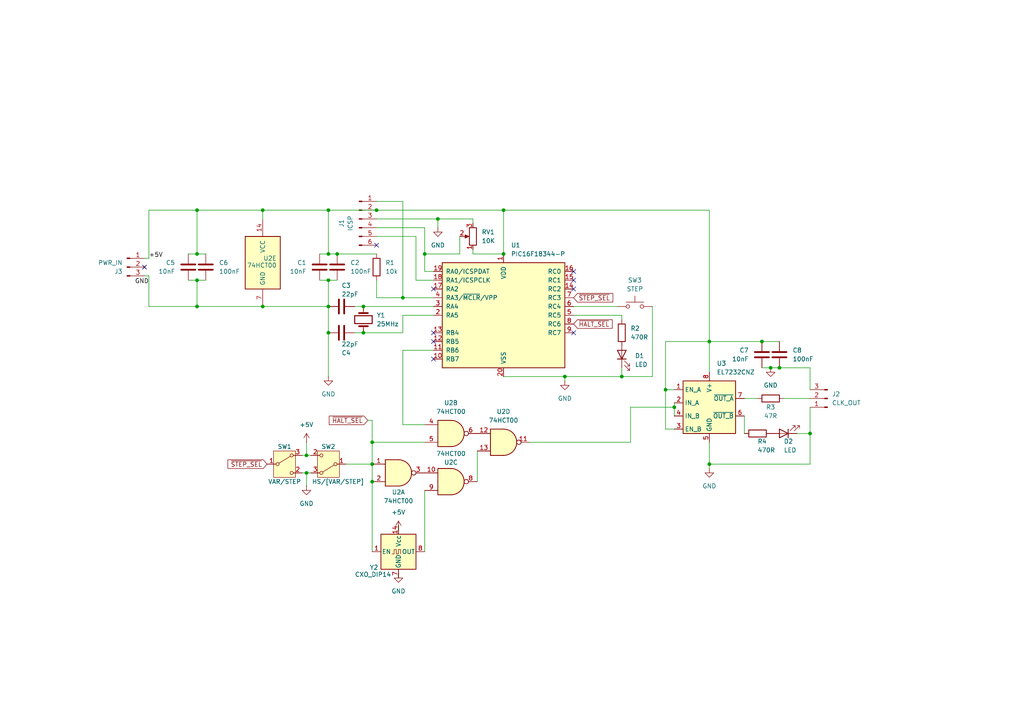
<source format=kicad_sch>
(kicad_sch
	(version 20250114)
	(generator "eeschema")
	(generator_version "9.0")
	(uuid "db3ffc65-0258-45ec-855c-5c394b3387f5")
	(paper "A4")
	(lib_symbols
		(symbol "74xx:74HCT00"
			(pin_names
				(offset 1.016)
			)
			(exclude_from_sim no)
			(in_bom yes)
			(on_board yes)
			(property "Reference" "U"
				(at 0 1.27 0)
				(effects
					(font
						(size 1.27 1.27)
					)
				)
			)
			(property "Value" "74HCT00"
				(at 0 -1.27 0)
				(effects
					(font
						(size 1.27 1.27)
					)
				)
			)
			(property "Footprint" ""
				(at 0 0 0)
				(effects
					(font
						(size 1.27 1.27)
					)
					(hide yes)
				)
			)
			(property "Datasheet" "http://www.ti.com/lit/gpn/sn74hct00"
				(at 0 0 0)
				(effects
					(font
						(size 1.27 1.27)
					)
					(hide yes)
				)
			)
			(property "Description" "quad 2-input NAND gate"
				(at 0 0 0)
				(effects
					(font
						(size 1.27 1.27)
					)
					(hide yes)
				)
			)
			(property "ki_locked" ""
				(at 0 0 0)
				(effects
					(font
						(size 1.27 1.27)
					)
				)
			)
			(property "ki_keywords" "HCTMOS nand 2-input"
				(at 0 0 0)
				(effects
					(font
						(size 1.27 1.27)
					)
					(hide yes)
				)
			)
			(property "ki_fp_filters" "DIP*W7.62mm* SO14*"
				(at 0 0 0)
				(effects
					(font
						(size 1.27 1.27)
					)
					(hide yes)
				)
			)
			(symbol "74HCT00_1_1"
				(arc
					(start 0 3.81)
					(mid 3.7934 0)
					(end 0 -3.81)
					(stroke
						(width 0.254)
						(type default)
					)
					(fill
						(type background)
					)
				)
				(polyline
					(pts
						(xy 0 3.81) (xy -3.81 3.81) (xy -3.81 -3.81) (xy 0 -3.81)
					)
					(stroke
						(width 0.254)
						(type default)
					)
					(fill
						(type background)
					)
				)
				(pin input line
					(at -7.62 2.54 0)
					(length 3.81)
					(name "~"
						(effects
							(font
								(size 1.27 1.27)
							)
						)
					)
					(number "1"
						(effects
							(font
								(size 1.27 1.27)
							)
						)
					)
				)
				(pin input line
					(at -7.62 -2.54 0)
					(length 3.81)
					(name "~"
						(effects
							(font
								(size 1.27 1.27)
							)
						)
					)
					(number "2"
						(effects
							(font
								(size 1.27 1.27)
							)
						)
					)
				)
				(pin output inverted
					(at 7.62 0 180)
					(length 3.81)
					(name "~"
						(effects
							(font
								(size 1.27 1.27)
							)
						)
					)
					(number "3"
						(effects
							(font
								(size 1.27 1.27)
							)
						)
					)
				)
			)
			(symbol "74HCT00_1_2"
				(arc
					(start -3.81 3.81)
					(mid -2.589 0)
					(end -3.81 -3.81)
					(stroke
						(width 0.254)
						(type default)
					)
					(fill
						(type none)
					)
				)
				(polyline
					(pts
						(xy -3.81 3.81) (xy -0.635 3.81)
					)
					(stroke
						(width 0.254)
						(type default)
					)
					(fill
						(type background)
					)
				)
				(polyline
					(pts
						(xy -3.81 -3.81) (xy -0.635 -3.81)
					)
					(stroke
						(width 0.254)
						(type default)
					)
					(fill
						(type background)
					)
				)
				(arc
					(start 3.81 0)
					(mid 2.1855 -2.584)
					(end -0.6096 -3.81)
					(stroke
						(width 0.254)
						(type default)
					)
					(fill
						(type background)
					)
				)
				(arc
					(start -0.6096 3.81)
					(mid 2.1928 2.5924)
					(end 3.81 0)
					(stroke
						(width 0.254)
						(type default)
					)
					(fill
						(type background)
					)
				)
				(polyline
					(pts
						(xy -0.635 3.81) (xy -3.81 3.81) (xy -3.81 3.81) (xy -3.556 3.4036) (xy -3.0226 2.2606) (xy -2.6924 1.0414)
						(xy -2.6162 -0.254) (xy -2.7686 -1.4986) (xy -3.175 -2.7178) (xy -3.81 -3.81) (xy -3.81 -3.81)
						(xy -0.635 -3.81)
					)
					(stroke
						(width -25.4)
						(type default)
					)
					(fill
						(type background)
					)
				)
				(pin input inverted
					(at -7.62 2.54 0)
					(length 4.318)
					(name "~"
						(effects
							(font
								(size 1.27 1.27)
							)
						)
					)
					(number "1"
						(effects
							(font
								(size 1.27 1.27)
							)
						)
					)
				)
				(pin input inverted
					(at -7.62 -2.54 0)
					(length 4.318)
					(name "~"
						(effects
							(font
								(size 1.27 1.27)
							)
						)
					)
					(number "2"
						(effects
							(font
								(size 1.27 1.27)
							)
						)
					)
				)
				(pin output line
					(at 7.62 0 180)
					(length 3.81)
					(name "~"
						(effects
							(font
								(size 1.27 1.27)
							)
						)
					)
					(number "3"
						(effects
							(font
								(size 1.27 1.27)
							)
						)
					)
				)
			)
			(symbol "74HCT00_2_1"
				(arc
					(start 0 3.81)
					(mid 3.7934 0)
					(end 0 -3.81)
					(stroke
						(width 0.254)
						(type default)
					)
					(fill
						(type background)
					)
				)
				(polyline
					(pts
						(xy 0 3.81) (xy -3.81 3.81) (xy -3.81 -3.81) (xy 0 -3.81)
					)
					(stroke
						(width 0.254)
						(type default)
					)
					(fill
						(type background)
					)
				)
				(pin input line
					(at -7.62 2.54 0)
					(length 3.81)
					(name "~"
						(effects
							(font
								(size 1.27 1.27)
							)
						)
					)
					(number "4"
						(effects
							(font
								(size 1.27 1.27)
							)
						)
					)
				)
				(pin input line
					(at -7.62 -2.54 0)
					(length 3.81)
					(name "~"
						(effects
							(font
								(size 1.27 1.27)
							)
						)
					)
					(number "5"
						(effects
							(font
								(size 1.27 1.27)
							)
						)
					)
				)
				(pin output inverted
					(at 7.62 0 180)
					(length 3.81)
					(name "~"
						(effects
							(font
								(size 1.27 1.27)
							)
						)
					)
					(number "6"
						(effects
							(font
								(size 1.27 1.27)
							)
						)
					)
				)
			)
			(symbol "74HCT00_2_2"
				(arc
					(start -3.81 3.81)
					(mid -2.589 0)
					(end -3.81 -3.81)
					(stroke
						(width 0.254)
						(type default)
					)
					(fill
						(type none)
					)
				)
				(polyline
					(pts
						(xy -3.81 3.81) (xy -0.635 3.81)
					)
					(stroke
						(width 0.254)
						(type default)
					)
					(fill
						(type background)
					)
				)
				(polyline
					(pts
						(xy -3.81 -3.81) (xy -0.635 -3.81)
					)
					(stroke
						(width 0.254)
						(type default)
					)
					(fill
						(type background)
					)
				)
				(arc
					(start 3.81 0)
					(mid 2.1855 -2.584)
					(end -0.6096 -3.81)
					(stroke
						(width 0.254)
						(type default)
					)
					(fill
						(type background)
					)
				)
				(arc
					(start -0.6096 3.81)
					(mid 2.1928 2.5924)
					(end 3.81 0)
					(stroke
						(width 0.254)
						(type default)
					)
					(fill
						(type background)
					)
				)
				(polyline
					(pts
						(xy -0.635 3.81) (xy -3.81 3.81) (xy -3.81 3.81) (xy -3.556 3.4036) (xy -3.0226 2.2606) (xy -2.6924 1.0414)
						(xy -2.6162 -0.254) (xy -2.7686 -1.4986) (xy -3.175 -2.7178) (xy -3.81 -3.81) (xy -3.81 -3.81)
						(xy -0.635 -3.81)
					)
					(stroke
						(width -25.4)
						(type default)
					)
					(fill
						(type background)
					)
				)
				(pin input inverted
					(at -7.62 2.54 0)
					(length 4.318)
					(name "~"
						(effects
							(font
								(size 1.27 1.27)
							)
						)
					)
					(number "4"
						(effects
							(font
								(size 1.27 1.27)
							)
						)
					)
				)
				(pin input inverted
					(at -7.62 -2.54 0)
					(length 4.318)
					(name "~"
						(effects
							(font
								(size 1.27 1.27)
							)
						)
					)
					(number "5"
						(effects
							(font
								(size 1.27 1.27)
							)
						)
					)
				)
				(pin output line
					(at 7.62 0 180)
					(length 3.81)
					(name "~"
						(effects
							(font
								(size 1.27 1.27)
							)
						)
					)
					(number "6"
						(effects
							(font
								(size 1.27 1.27)
							)
						)
					)
				)
			)
			(symbol "74HCT00_3_1"
				(arc
					(start 0 3.81)
					(mid 3.7934 0)
					(end 0 -3.81)
					(stroke
						(width 0.254)
						(type default)
					)
					(fill
						(type background)
					)
				)
				(polyline
					(pts
						(xy 0 3.81) (xy -3.81 3.81) (xy -3.81 -3.81) (xy 0 -3.81)
					)
					(stroke
						(width 0.254)
						(type default)
					)
					(fill
						(type background)
					)
				)
				(pin input line
					(at -7.62 2.54 0)
					(length 3.81)
					(name "~"
						(effects
							(font
								(size 1.27 1.27)
							)
						)
					)
					(number "9"
						(effects
							(font
								(size 1.27 1.27)
							)
						)
					)
				)
				(pin input line
					(at -7.62 -2.54 0)
					(length 3.81)
					(name "~"
						(effects
							(font
								(size 1.27 1.27)
							)
						)
					)
					(number "10"
						(effects
							(font
								(size 1.27 1.27)
							)
						)
					)
				)
				(pin output inverted
					(at 7.62 0 180)
					(length 3.81)
					(name "~"
						(effects
							(font
								(size 1.27 1.27)
							)
						)
					)
					(number "8"
						(effects
							(font
								(size 1.27 1.27)
							)
						)
					)
				)
			)
			(symbol "74HCT00_3_2"
				(arc
					(start -3.81 3.81)
					(mid -2.589 0)
					(end -3.81 -3.81)
					(stroke
						(width 0.254)
						(type default)
					)
					(fill
						(type none)
					)
				)
				(polyline
					(pts
						(xy -3.81 3.81) (xy -0.635 3.81)
					)
					(stroke
						(width 0.254)
						(type default)
					)
					(fill
						(type background)
					)
				)
				(polyline
					(pts
						(xy -3.81 -3.81) (xy -0.635 -3.81)
					)
					(stroke
						(width 0.254)
						(type default)
					)
					(fill
						(type background)
					)
				)
				(arc
					(start 3.81 0)
					(mid 2.1855 -2.584)
					(end -0.6096 -3.81)
					(stroke
						(width 0.254)
						(type default)
					)
					(fill
						(type background)
					)
				)
				(arc
					(start -0.6096 3.81)
					(mid 2.1928 2.5924)
					(end 3.81 0)
					(stroke
						(width 0.254)
						(type default)
					)
					(fill
						(type background)
					)
				)
				(polyline
					(pts
						(xy -0.635 3.81) (xy -3.81 3.81) (xy -3.81 3.81) (xy -3.556 3.4036) (xy -3.0226 2.2606) (xy -2.6924 1.0414)
						(xy -2.6162 -0.254) (xy -2.7686 -1.4986) (xy -3.175 -2.7178) (xy -3.81 -3.81) (xy -3.81 -3.81)
						(xy -0.635 -3.81)
					)
					(stroke
						(width -25.4)
						(type default)
					)
					(fill
						(type background)
					)
				)
				(pin input inverted
					(at -7.62 2.54 0)
					(length 4.318)
					(name "~"
						(effects
							(font
								(size 1.27 1.27)
							)
						)
					)
					(number "9"
						(effects
							(font
								(size 1.27 1.27)
							)
						)
					)
				)
				(pin input inverted
					(at -7.62 -2.54 0)
					(length 4.318)
					(name "~"
						(effects
							(font
								(size 1.27 1.27)
							)
						)
					)
					(number "10"
						(effects
							(font
								(size 1.27 1.27)
							)
						)
					)
				)
				(pin output line
					(at 7.62 0 180)
					(length 3.81)
					(name "~"
						(effects
							(font
								(size 1.27 1.27)
							)
						)
					)
					(number "8"
						(effects
							(font
								(size 1.27 1.27)
							)
						)
					)
				)
			)
			(symbol "74HCT00_4_1"
				(arc
					(start 0 3.81)
					(mid 3.7934 0)
					(end 0 -3.81)
					(stroke
						(width 0.254)
						(type default)
					)
					(fill
						(type background)
					)
				)
				(polyline
					(pts
						(xy 0 3.81) (xy -3.81 3.81) (xy -3.81 -3.81) (xy 0 -3.81)
					)
					(stroke
						(width 0.254)
						(type default)
					)
					(fill
						(type background)
					)
				)
				(pin input line
					(at -7.62 2.54 0)
					(length 3.81)
					(name "~"
						(effects
							(font
								(size 1.27 1.27)
							)
						)
					)
					(number "12"
						(effects
							(font
								(size 1.27 1.27)
							)
						)
					)
				)
				(pin input line
					(at -7.62 -2.54 0)
					(length 3.81)
					(name "~"
						(effects
							(font
								(size 1.27 1.27)
							)
						)
					)
					(number "13"
						(effects
							(font
								(size 1.27 1.27)
							)
						)
					)
				)
				(pin output inverted
					(at 7.62 0 180)
					(length 3.81)
					(name "~"
						(effects
							(font
								(size 1.27 1.27)
							)
						)
					)
					(number "11"
						(effects
							(font
								(size 1.27 1.27)
							)
						)
					)
				)
			)
			(symbol "74HCT00_4_2"
				(arc
					(start -3.81 3.81)
					(mid -2.589 0)
					(end -3.81 -3.81)
					(stroke
						(width 0.254)
						(type default)
					)
					(fill
						(type none)
					)
				)
				(polyline
					(pts
						(xy -3.81 3.81) (xy -0.635 3.81)
					)
					(stroke
						(width 0.254)
						(type default)
					)
					(fill
						(type background)
					)
				)
				(polyline
					(pts
						(xy -3.81 -3.81) (xy -0.635 -3.81)
					)
					(stroke
						(width 0.254)
						(type default)
					)
					(fill
						(type background)
					)
				)
				(arc
					(start 3.81 0)
					(mid 2.1855 -2.584)
					(end -0.6096 -3.81)
					(stroke
						(width 0.254)
						(type default)
					)
					(fill
						(type background)
					)
				)
				(arc
					(start -0.6096 3.81)
					(mid 2.1928 2.5924)
					(end 3.81 0)
					(stroke
						(width 0.254)
						(type default)
					)
					(fill
						(type background)
					)
				)
				(polyline
					(pts
						(xy -0.635 3.81) (xy -3.81 3.81) (xy -3.81 3.81) (xy -3.556 3.4036) (xy -3.0226 2.2606) (xy -2.6924 1.0414)
						(xy -2.6162 -0.254) (xy -2.7686 -1.4986) (xy -3.175 -2.7178) (xy -3.81 -3.81) (xy -3.81 -3.81)
						(xy -0.635 -3.81)
					)
					(stroke
						(width -25.4)
						(type default)
					)
					(fill
						(type background)
					)
				)
				(pin input inverted
					(at -7.62 2.54 0)
					(length 4.318)
					(name "~"
						(effects
							(font
								(size 1.27 1.27)
							)
						)
					)
					(number "12"
						(effects
							(font
								(size 1.27 1.27)
							)
						)
					)
				)
				(pin input inverted
					(at -7.62 -2.54 0)
					(length 4.318)
					(name "~"
						(effects
							(font
								(size 1.27 1.27)
							)
						)
					)
					(number "13"
						(effects
							(font
								(size 1.27 1.27)
							)
						)
					)
				)
				(pin output line
					(at 7.62 0 180)
					(length 3.81)
					(name "~"
						(effects
							(font
								(size 1.27 1.27)
							)
						)
					)
					(number "11"
						(effects
							(font
								(size 1.27 1.27)
							)
						)
					)
				)
			)
			(symbol "74HCT00_5_0"
				(pin power_in line
					(at 0 12.7 270)
					(length 5.08)
					(name "VCC"
						(effects
							(font
								(size 1.27 1.27)
							)
						)
					)
					(number "14"
						(effects
							(font
								(size 1.27 1.27)
							)
						)
					)
				)
				(pin power_in line
					(at 0 -12.7 90)
					(length 5.08)
					(name "GND"
						(effects
							(font
								(size 1.27 1.27)
							)
						)
					)
					(number "7"
						(effects
							(font
								(size 1.27 1.27)
							)
						)
					)
				)
			)
			(symbol "74HCT00_5_1"
				(rectangle
					(start -5.08 7.62)
					(end 5.08 -7.62)
					(stroke
						(width 0.254)
						(type default)
					)
					(fill
						(type background)
					)
				)
			)
			(embedded_fonts no)
		)
		(symbol "Conn_01x03_Pin_1"
			(pin_names
				(offset 1.016)
				(hide yes)
			)
			(exclude_from_sim no)
			(in_bom yes)
			(on_board yes)
			(property "Reference" "J3"
				(at -1.27 -1.2701 0)
				(effects
					(font
						(size 1.27 1.27)
					)
					(justify right)
				)
			)
			(property "Value" "PWR_IN"
				(at -1.27 1.2699 0)
				(effects
					(font
						(size 1.27 1.27)
					)
					(justify right)
				)
			)
			(property "Footprint" "Connector_PinHeader_2.54mm:PinHeader_1x03_P2.54mm_Vertical"
				(at 0 0 0)
				(effects
					(font
						(size 1.27 1.27)
					)
					(hide yes)
				)
			)
			(property "Datasheet" "~"
				(at 0 0 0)
				(effects
					(font
						(size 1.27 1.27)
					)
					(hide yes)
				)
			)
			(property "Description" "Generic connector, single row, 01x03, script generated"
				(at 0 0 0)
				(effects
					(font
						(size 1.27 1.27)
					)
					(hide yes)
				)
			)
			(property "ki_locked" ""
				(at 0 0 0)
				(effects
					(font
						(size 1.27 1.27)
					)
				)
			)
			(property "ki_keywords" "connector"
				(at 0 0 0)
				(effects
					(font
						(size 1.27 1.27)
					)
					(hide yes)
				)
			)
			(property "ki_fp_filters" "Connector*:*_1x??_*"
				(at 0 0 0)
				(effects
					(font
						(size 1.27 1.27)
					)
					(hide yes)
				)
			)
			(symbol "Conn_01x03_Pin_1_1_1"
				(rectangle
					(start 0.8636 2.667)
					(end 0 2.413)
					(stroke
						(width 0.1524)
						(type default)
					)
					(fill
						(type outline)
					)
				)
				(rectangle
					(start 0.8636 0.127)
					(end 0 -0.127)
					(stroke
						(width 0.1524)
						(type default)
					)
					(fill
						(type outline)
					)
				)
				(rectangle
					(start 0.8636 -2.413)
					(end 0 -2.667)
					(stroke
						(width 0.1524)
						(type default)
					)
					(fill
						(type outline)
					)
				)
				(polyline
					(pts
						(xy 1.27 2.54) (xy 0.8636 2.54)
					)
					(stroke
						(width 0.1524)
						(type default)
					)
					(fill
						(type none)
					)
				)
				(polyline
					(pts
						(xy 1.27 0) (xy 0.8636 0)
					)
					(stroke
						(width 0.1524)
						(type default)
					)
					(fill
						(type none)
					)
				)
				(polyline
					(pts
						(xy 1.27 -2.54) (xy 0.8636 -2.54)
					)
					(stroke
						(width 0.1524)
						(type default)
					)
					(fill
						(type none)
					)
				)
				(pin power_in line
					(at 5.08 2.54 180)
					(length 3.81)
					(name "Pin_1"
						(effects
							(font
								(size 1.27 1.27)
							)
						)
					)
					(number "1"
						(effects
							(font
								(size 1.27 1.27)
							)
						)
					)
				)
				(pin no_connect line
					(at 5.08 0 180)
					(length 3.81)
					(name "Pin_2"
						(effects
							(font
								(size 1.27 1.27)
							)
						)
					)
					(number "2"
						(effects
							(font
								(size 1.27 1.27)
							)
						)
					)
				)
				(pin power_in line
					(at 5.08 -2.54 180)
					(length 3.81)
					(name "Pin_3"
						(effects
							(font
								(size 1.27 1.27)
							)
						)
					)
					(number "3"
						(effects
							(font
								(size 1.27 1.27)
							)
						)
					)
				)
			)
			(embedded_fonts no)
		)
		(symbol "Connector:Conn_01x03_Pin"
			(pin_names
				(offset 1.016)
				(hide yes)
			)
			(exclude_from_sim no)
			(in_bom yes)
			(on_board yes)
			(property "Reference" "J"
				(at 0 5.08 0)
				(effects
					(font
						(size 1.27 1.27)
					)
				)
			)
			(property "Value" "Conn_01x03_Pin"
				(at 0 -5.08 0)
				(effects
					(font
						(size 1.27 1.27)
					)
				)
			)
			(property "Footprint" ""
				(at 0 0 0)
				(effects
					(font
						(size 1.27 1.27)
					)
					(hide yes)
				)
			)
			(property "Datasheet" "~"
				(at 0 0 0)
				(effects
					(font
						(size 1.27 1.27)
					)
					(hide yes)
				)
			)
			(property "Description" "Generic connector, single row, 01x03, script generated"
				(at 0 0 0)
				(effects
					(font
						(size 1.27 1.27)
					)
					(hide yes)
				)
			)
			(property "ki_locked" ""
				(at 0 0 0)
				(effects
					(font
						(size 1.27 1.27)
					)
				)
			)
			(property "ki_keywords" "connector"
				(at 0 0 0)
				(effects
					(font
						(size 1.27 1.27)
					)
					(hide yes)
				)
			)
			(property "ki_fp_filters" "Connector*:*_1x??_*"
				(at 0 0 0)
				(effects
					(font
						(size 1.27 1.27)
					)
					(hide yes)
				)
			)
			(symbol "Conn_01x03_Pin_1_1"
				(rectangle
					(start 0.8636 2.667)
					(end 0 2.413)
					(stroke
						(width 0.1524)
						(type default)
					)
					(fill
						(type outline)
					)
				)
				(rectangle
					(start 0.8636 0.127)
					(end 0 -0.127)
					(stroke
						(width 0.1524)
						(type default)
					)
					(fill
						(type outline)
					)
				)
				(rectangle
					(start 0.8636 -2.413)
					(end 0 -2.667)
					(stroke
						(width 0.1524)
						(type default)
					)
					(fill
						(type outline)
					)
				)
				(polyline
					(pts
						(xy 1.27 2.54) (xy 0.8636 2.54)
					)
					(stroke
						(width 0.1524)
						(type default)
					)
					(fill
						(type none)
					)
				)
				(polyline
					(pts
						(xy 1.27 0) (xy 0.8636 0)
					)
					(stroke
						(width 0.1524)
						(type default)
					)
					(fill
						(type none)
					)
				)
				(polyline
					(pts
						(xy 1.27 -2.54) (xy 0.8636 -2.54)
					)
					(stroke
						(width 0.1524)
						(type default)
					)
					(fill
						(type none)
					)
				)
				(pin passive line
					(at 5.08 2.54 180)
					(length 3.81)
					(name "Pin_1"
						(effects
							(font
								(size 1.27 1.27)
							)
						)
					)
					(number "1"
						(effects
							(font
								(size 1.27 1.27)
							)
						)
					)
				)
				(pin passive line
					(at 5.08 0 180)
					(length 3.81)
					(name "Pin_2"
						(effects
							(font
								(size 1.27 1.27)
							)
						)
					)
					(number "2"
						(effects
							(font
								(size 1.27 1.27)
							)
						)
					)
				)
				(pin passive line
					(at 5.08 -2.54 180)
					(length 3.81)
					(name "Pin_3"
						(effects
							(font
								(size 1.27 1.27)
							)
						)
					)
					(number "3"
						(effects
							(font
								(size 1.27 1.27)
							)
						)
					)
				)
			)
			(embedded_fonts no)
		)
		(symbol "Connector:Conn_01x06_Pin"
			(pin_names
				(offset 1.016)
				(hide yes)
			)
			(exclude_from_sim no)
			(in_bom yes)
			(on_board yes)
			(property "Reference" "J"
				(at 0 7.62 0)
				(effects
					(font
						(size 1.27 1.27)
					)
				)
			)
			(property "Value" "Conn_01x06_Pin"
				(at 0 -10.16 0)
				(effects
					(font
						(size 1.27 1.27)
					)
				)
			)
			(property "Footprint" ""
				(at 0 0 0)
				(effects
					(font
						(size 1.27 1.27)
					)
					(hide yes)
				)
			)
			(property "Datasheet" "~"
				(at 0 0 0)
				(effects
					(font
						(size 1.27 1.27)
					)
					(hide yes)
				)
			)
			(property "Description" "Generic connector, single row, 01x06, script generated"
				(at 0 0 0)
				(effects
					(font
						(size 1.27 1.27)
					)
					(hide yes)
				)
			)
			(property "ki_locked" ""
				(at 0 0 0)
				(effects
					(font
						(size 1.27 1.27)
					)
				)
			)
			(property "ki_keywords" "connector"
				(at 0 0 0)
				(effects
					(font
						(size 1.27 1.27)
					)
					(hide yes)
				)
			)
			(property "ki_fp_filters" "Connector*:*_1x??_*"
				(at 0 0 0)
				(effects
					(font
						(size 1.27 1.27)
					)
					(hide yes)
				)
			)
			(symbol "Conn_01x06_Pin_1_1"
				(rectangle
					(start 0.8636 5.207)
					(end 0 4.953)
					(stroke
						(width 0.1524)
						(type default)
					)
					(fill
						(type outline)
					)
				)
				(rectangle
					(start 0.8636 2.667)
					(end 0 2.413)
					(stroke
						(width 0.1524)
						(type default)
					)
					(fill
						(type outline)
					)
				)
				(rectangle
					(start 0.8636 0.127)
					(end 0 -0.127)
					(stroke
						(width 0.1524)
						(type default)
					)
					(fill
						(type outline)
					)
				)
				(rectangle
					(start 0.8636 -2.413)
					(end 0 -2.667)
					(stroke
						(width 0.1524)
						(type default)
					)
					(fill
						(type outline)
					)
				)
				(rectangle
					(start 0.8636 -4.953)
					(end 0 -5.207)
					(stroke
						(width 0.1524)
						(type default)
					)
					(fill
						(type outline)
					)
				)
				(rectangle
					(start 0.8636 -7.493)
					(end 0 -7.747)
					(stroke
						(width 0.1524)
						(type default)
					)
					(fill
						(type outline)
					)
				)
				(polyline
					(pts
						(xy 1.27 5.08) (xy 0.8636 5.08)
					)
					(stroke
						(width 0.1524)
						(type default)
					)
					(fill
						(type none)
					)
				)
				(polyline
					(pts
						(xy 1.27 2.54) (xy 0.8636 2.54)
					)
					(stroke
						(width 0.1524)
						(type default)
					)
					(fill
						(type none)
					)
				)
				(polyline
					(pts
						(xy 1.27 0) (xy 0.8636 0)
					)
					(stroke
						(width 0.1524)
						(type default)
					)
					(fill
						(type none)
					)
				)
				(polyline
					(pts
						(xy 1.27 -2.54) (xy 0.8636 -2.54)
					)
					(stroke
						(width 0.1524)
						(type default)
					)
					(fill
						(type none)
					)
				)
				(polyline
					(pts
						(xy 1.27 -5.08) (xy 0.8636 -5.08)
					)
					(stroke
						(width 0.1524)
						(type default)
					)
					(fill
						(type none)
					)
				)
				(polyline
					(pts
						(xy 1.27 -7.62) (xy 0.8636 -7.62)
					)
					(stroke
						(width 0.1524)
						(type default)
					)
					(fill
						(type none)
					)
				)
				(pin passive line
					(at 5.08 5.08 180)
					(length 3.81)
					(name "Pin_1"
						(effects
							(font
								(size 1.27 1.27)
							)
						)
					)
					(number "1"
						(effects
							(font
								(size 1.27 1.27)
							)
						)
					)
				)
				(pin passive line
					(at 5.08 2.54 180)
					(length 3.81)
					(name "Pin_2"
						(effects
							(font
								(size 1.27 1.27)
							)
						)
					)
					(number "2"
						(effects
							(font
								(size 1.27 1.27)
							)
						)
					)
				)
				(pin passive line
					(at 5.08 0 180)
					(length 3.81)
					(name "Pin_3"
						(effects
							(font
								(size 1.27 1.27)
							)
						)
					)
					(number "3"
						(effects
							(font
								(size 1.27 1.27)
							)
						)
					)
				)
				(pin passive line
					(at 5.08 -2.54 180)
					(length 3.81)
					(name "Pin_4"
						(effects
							(font
								(size 1.27 1.27)
							)
						)
					)
					(number "4"
						(effects
							(font
								(size 1.27 1.27)
							)
						)
					)
				)
				(pin passive line
					(at 5.08 -5.08 180)
					(length 3.81)
					(name "Pin_5"
						(effects
							(font
								(size 1.27 1.27)
							)
						)
					)
					(number "5"
						(effects
							(font
								(size 1.27 1.27)
							)
						)
					)
				)
				(pin passive line
					(at 5.08 -7.62 180)
					(length 3.81)
					(name "Pin_6"
						(effects
							(font
								(size 1.27 1.27)
							)
						)
					)
					(number "6"
						(effects
							(font
								(size 1.27 1.27)
							)
						)
					)
				)
			)
			(embedded_fonts no)
		)
		(symbol "Device:C"
			(pin_numbers
				(hide yes)
			)
			(pin_names
				(offset 0.254)
			)
			(exclude_from_sim no)
			(in_bom yes)
			(on_board yes)
			(property "Reference" "C"
				(at 0.635 2.54 0)
				(effects
					(font
						(size 1.27 1.27)
					)
					(justify left)
				)
			)
			(property "Value" "C"
				(at 0.635 -2.54 0)
				(effects
					(font
						(size 1.27 1.27)
					)
					(justify left)
				)
			)
			(property "Footprint" ""
				(at 0.9652 -3.81 0)
				(effects
					(font
						(size 1.27 1.27)
					)
					(hide yes)
				)
			)
			(property "Datasheet" "~"
				(at 0 0 0)
				(effects
					(font
						(size 1.27 1.27)
					)
					(hide yes)
				)
			)
			(property "Description" "Unpolarized capacitor"
				(at 0 0 0)
				(effects
					(font
						(size 1.27 1.27)
					)
					(hide yes)
				)
			)
			(property "ki_keywords" "cap capacitor"
				(at 0 0 0)
				(effects
					(font
						(size 1.27 1.27)
					)
					(hide yes)
				)
			)
			(property "ki_fp_filters" "C_*"
				(at 0 0 0)
				(effects
					(font
						(size 1.27 1.27)
					)
					(hide yes)
				)
			)
			(symbol "C_0_1"
				(polyline
					(pts
						(xy -2.032 0.762) (xy 2.032 0.762)
					)
					(stroke
						(width 0.508)
						(type default)
					)
					(fill
						(type none)
					)
				)
				(polyline
					(pts
						(xy -2.032 -0.762) (xy 2.032 -0.762)
					)
					(stroke
						(width 0.508)
						(type default)
					)
					(fill
						(type none)
					)
				)
			)
			(symbol "C_1_1"
				(pin passive line
					(at 0 3.81 270)
					(length 2.794)
					(name "~"
						(effects
							(font
								(size 1.27 1.27)
							)
						)
					)
					(number "1"
						(effects
							(font
								(size 1.27 1.27)
							)
						)
					)
				)
				(pin passive line
					(at 0 -3.81 90)
					(length 2.794)
					(name "~"
						(effects
							(font
								(size 1.27 1.27)
							)
						)
					)
					(number "2"
						(effects
							(font
								(size 1.27 1.27)
							)
						)
					)
				)
			)
			(embedded_fonts no)
		)
		(symbol "Device:Crystal"
			(pin_numbers
				(hide yes)
			)
			(pin_names
				(offset 1.016)
				(hide yes)
			)
			(exclude_from_sim no)
			(in_bom yes)
			(on_board yes)
			(property "Reference" "Y"
				(at 0 3.81 0)
				(effects
					(font
						(size 1.27 1.27)
					)
				)
			)
			(property "Value" "Crystal"
				(at 0 -3.81 0)
				(effects
					(font
						(size 1.27 1.27)
					)
				)
			)
			(property "Footprint" ""
				(at 0 0 0)
				(effects
					(font
						(size 1.27 1.27)
					)
					(hide yes)
				)
			)
			(property "Datasheet" "~"
				(at 0 0 0)
				(effects
					(font
						(size 1.27 1.27)
					)
					(hide yes)
				)
			)
			(property "Description" "Two pin crystal"
				(at 0 0 0)
				(effects
					(font
						(size 1.27 1.27)
					)
					(hide yes)
				)
			)
			(property "ki_keywords" "quartz ceramic resonator oscillator"
				(at 0 0 0)
				(effects
					(font
						(size 1.27 1.27)
					)
					(hide yes)
				)
			)
			(property "ki_fp_filters" "Crystal*"
				(at 0 0 0)
				(effects
					(font
						(size 1.27 1.27)
					)
					(hide yes)
				)
			)
			(symbol "Crystal_0_1"
				(polyline
					(pts
						(xy -2.54 0) (xy -1.905 0)
					)
					(stroke
						(width 0)
						(type default)
					)
					(fill
						(type none)
					)
				)
				(polyline
					(pts
						(xy -1.905 -1.27) (xy -1.905 1.27)
					)
					(stroke
						(width 0.508)
						(type default)
					)
					(fill
						(type none)
					)
				)
				(rectangle
					(start -1.143 2.54)
					(end 1.143 -2.54)
					(stroke
						(width 0.3048)
						(type default)
					)
					(fill
						(type none)
					)
				)
				(polyline
					(pts
						(xy 1.905 -1.27) (xy 1.905 1.27)
					)
					(stroke
						(width 0.508)
						(type default)
					)
					(fill
						(type none)
					)
				)
				(polyline
					(pts
						(xy 2.54 0) (xy 1.905 0)
					)
					(stroke
						(width 0)
						(type default)
					)
					(fill
						(type none)
					)
				)
			)
			(symbol "Crystal_1_1"
				(pin passive line
					(at -3.81 0 0)
					(length 1.27)
					(name "1"
						(effects
							(font
								(size 1.27 1.27)
							)
						)
					)
					(number "1"
						(effects
							(font
								(size 1.27 1.27)
							)
						)
					)
				)
				(pin passive line
					(at 3.81 0 180)
					(length 1.27)
					(name "2"
						(effects
							(font
								(size 1.27 1.27)
							)
						)
					)
					(number "2"
						(effects
							(font
								(size 1.27 1.27)
							)
						)
					)
				)
			)
			(embedded_fonts no)
		)
		(symbol "Device:LED"
			(pin_numbers
				(hide yes)
			)
			(pin_names
				(offset 1.016)
				(hide yes)
			)
			(exclude_from_sim no)
			(in_bom yes)
			(on_board yes)
			(property "Reference" "D"
				(at 0 2.54 0)
				(effects
					(font
						(size 1.27 1.27)
					)
				)
			)
			(property "Value" "LED"
				(at 0 -2.54 0)
				(effects
					(font
						(size 1.27 1.27)
					)
				)
			)
			(property "Footprint" ""
				(at 0 0 0)
				(effects
					(font
						(size 1.27 1.27)
					)
					(hide yes)
				)
			)
			(property "Datasheet" "~"
				(at 0 0 0)
				(effects
					(font
						(size 1.27 1.27)
					)
					(hide yes)
				)
			)
			(property "Description" "Light emitting diode"
				(at 0 0 0)
				(effects
					(font
						(size 1.27 1.27)
					)
					(hide yes)
				)
			)
			(property "Sim.Pins" "1=K 2=A"
				(at 0 0 0)
				(effects
					(font
						(size 1.27 1.27)
					)
					(hide yes)
				)
			)
			(property "ki_keywords" "LED diode"
				(at 0 0 0)
				(effects
					(font
						(size 1.27 1.27)
					)
					(hide yes)
				)
			)
			(property "ki_fp_filters" "LED* LED_SMD:* LED_THT:*"
				(at 0 0 0)
				(effects
					(font
						(size 1.27 1.27)
					)
					(hide yes)
				)
			)
			(symbol "LED_0_1"
				(polyline
					(pts
						(xy -3.048 -0.762) (xy -4.572 -2.286) (xy -3.81 -2.286) (xy -4.572 -2.286) (xy -4.572 -1.524)
					)
					(stroke
						(width 0)
						(type default)
					)
					(fill
						(type none)
					)
				)
				(polyline
					(pts
						(xy -1.778 -0.762) (xy -3.302 -2.286) (xy -2.54 -2.286) (xy -3.302 -2.286) (xy -3.302 -1.524)
					)
					(stroke
						(width 0)
						(type default)
					)
					(fill
						(type none)
					)
				)
				(polyline
					(pts
						(xy -1.27 0) (xy 1.27 0)
					)
					(stroke
						(width 0)
						(type default)
					)
					(fill
						(type none)
					)
				)
				(polyline
					(pts
						(xy -1.27 -1.27) (xy -1.27 1.27)
					)
					(stroke
						(width 0.254)
						(type default)
					)
					(fill
						(type none)
					)
				)
				(polyline
					(pts
						(xy 1.27 -1.27) (xy 1.27 1.27) (xy -1.27 0) (xy 1.27 -1.27)
					)
					(stroke
						(width 0.254)
						(type default)
					)
					(fill
						(type none)
					)
				)
			)
			(symbol "LED_1_1"
				(pin passive line
					(at -3.81 0 0)
					(length 2.54)
					(name "K"
						(effects
							(font
								(size 1.27 1.27)
							)
						)
					)
					(number "1"
						(effects
							(font
								(size 1.27 1.27)
							)
						)
					)
				)
				(pin passive line
					(at 3.81 0 180)
					(length 2.54)
					(name "A"
						(effects
							(font
								(size 1.27 1.27)
							)
						)
					)
					(number "2"
						(effects
							(font
								(size 1.27 1.27)
							)
						)
					)
				)
			)
			(embedded_fonts no)
		)
		(symbol "Device:R"
			(pin_numbers
				(hide yes)
			)
			(pin_names
				(offset 0)
			)
			(exclude_from_sim no)
			(in_bom yes)
			(on_board yes)
			(property "Reference" "R"
				(at 2.032 0 90)
				(effects
					(font
						(size 1.27 1.27)
					)
				)
			)
			(property "Value" "R"
				(at 0 0 90)
				(effects
					(font
						(size 1.27 1.27)
					)
				)
			)
			(property "Footprint" ""
				(at -1.778 0 90)
				(effects
					(font
						(size 1.27 1.27)
					)
					(hide yes)
				)
			)
			(property "Datasheet" "~"
				(at 0 0 0)
				(effects
					(font
						(size 1.27 1.27)
					)
					(hide yes)
				)
			)
			(property "Description" "Resistor"
				(at 0 0 0)
				(effects
					(font
						(size 1.27 1.27)
					)
					(hide yes)
				)
			)
			(property "ki_keywords" "R res resistor"
				(at 0 0 0)
				(effects
					(font
						(size 1.27 1.27)
					)
					(hide yes)
				)
			)
			(property "ki_fp_filters" "R_*"
				(at 0 0 0)
				(effects
					(font
						(size 1.27 1.27)
					)
					(hide yes)
				)
			)
			(symbol "R_0_1"
				(rectangle
					(start -1.016 -2.54)
					(end 1.016 2.54)
					(stroke
						(width 0.254)
						(type default)
					)
					(fill
						(type none)
					)
				)
			)
			(symbol "R_1_1"
				(pin passive line
					(at 0 3.81 270)
					(length 1.27)
					(name "~"
						(effects
							(font
								(size 1.27 1.27)
							)
						)
					)
					(number "1"
						(effects
							(font
								(size 1.27 1.27)
							)
						)
					)
				)
				(pin passive line
					(at 0 -3.81 90)
					(length 1.27)
					(name "~"
						(effects
							(font
								(size 1.27 1.27)
							)
						)
					)
					(number "2"
						(effects
							(font
								(size 1.27 1.27)
							)
						)
					)
				)
			)
			(embedded_fonts no)
		)
		(symbol "Device:R_Potentiometer"
			(pin_names
				(offset 1.016)
				(hide yes)
			)
			(exclude_from_sim no)
			(in_bom yes)
			(on_board yes)
			(property "Reference" "RV"
				(at -4.445 0 90)
				(effects
					(font
						(size 1.27 1.27)
					)
				)
			)
			(property "Value" "R_Potentiometer"
				(at -2.54 0 90)
				(effects
					(font
						(size 1.27 1.27)
					)
				)
			)
			(property "Footprint" ""
				(at 0 0 0)
				(effects
					(font
						(size 1.27 1.27)
					)
					(hide yes)
				)
			)
			(property "Datasheet" "~"
				(at 0 0 0)
				(effects
					(font
						(size 1.27 1.27)
					)
					(hide yes)
				)
			)
			(property "Description" "Potentiometer"
				(at 0 0 0)
				(effects
					(font
						(size 1.27 1.27)
					)
					(hide yes)
				)
			)
			(property "ki_keywords" "resistor variable"
				(at 0 0 0)
				(effects
					(font
						(size 1.27 1.27)
					)
					(hide yes)
				)
			)
			(property "ki_fp_filters" "Potentiometer*"
				(at 0 0 0)
				(effects
					(font
						(size 1.27 1.27)
					)
					(hide yes)
				)
			)
			(symbol "R_Potentiometer_0_1"
				(rectangle
					(start 1.016 2.54)
					(end -1.016 -2.54)
					(stroke
						(width 0.254)
						(type default)
					)
					(fill
						(type none)
					)
				)
				(polyline
					(pts
						(xy 1.143 0) (xy 2.286 0.508) (xy 2.286 -0.508) (xy 1.143 0)
					)
					(stroke
						(width 0)
						(type default)
					)
					(fill
						(type outline)
					)
				)
				(polyline
					(pts
						(xy 2.54 0) (xy 1.524 0)
					)
					(stroke
						(width 0)
						(type default)
					)
					(fill
						(type none)
					)
				)
			)
			(symbol "R_Potentiometer_1_1"
				(pin passive line
					(at 0 3.81 270)
					(length 1.27)
					(name "1"
						(effects
							(font
								(size 1.27 1.27)
							)
						)
					)
					(number "1"
						(effects
							(font
								(size 1.27 1.27)
							)
						)
					)
				)
				(pin passive line
					(at 0 -3.81 90)
					(length 1.27)
					(name "3"
						(effects
							(font
								(size 1.27 1.27)
							)
						)
					)
					(number "3"
						(effects
							(font
								(size 1.27 1.27)
							)
						)
					)
				)
				(pin passive line
					(at 3.81 0 180)
					(length 1.27)
					(name "2"
						(effects
							(font
								(size 1.27 1.27)
							)
						)
					)
					(number "2"
						(effects
							(font
								(size 1.27 1.27)
							)
						)
					)
				)
			)
			(embedded_fonts no)
		)
		(symbol "Driver_FET:EL7222CN"
			(exclude_from_sim no)
			(in_bom yes)
			(on_board yes)
			(property "Reference" "U3"
				(at 2.1433 12.7 0)
				(effects
					(font
						(size 1.27 1.27)
					)
					(justify left)
				)
			)
			(property "Value" "EL7232CNZ"
				(at 2.1433 10.16 0)
				(effects
					(font
						(size 1.27 1.27)
					)
					(justify left)
				)
			)
			(property "Footprint" "Package_DIP:DIP-8_W7.62mm_Socket_LongPads"
				(at 0 -7.62 0)
				(effects
					(font
						(size 1.27 1.27)
					)
					(hide yes)
				)
			)
			(property "Datasheet" ""
				(at 0 -7.62 0)
				(effects
					(font
						(size 1.27 1.27)
					)
					(hide yes)
				)
			)
			(property "Description" "High Speed, Dual Channel Power MOSFET Driver, 4.5..15V supply, I(PK)=2A, complementary drivers, DIP-8"
				(at 0 0 0)
				(effects
					(font
						(size 1.27 1.27)
					)
					(hide yes)
				)
			)
			(property "ki_keywords" "Intersil Renesas clock-driver clock-buffer"
				(at 0 0 0)
				(effects
					(font
						(size 1.27 1.27)
					)
					(hide yes)
				)
			)
			(property "ki_fp_filters" "DIP?8?W7.62mm*"
				(at 0 0 0)
				(effects
					(font
						(size 1.27 1.27)
					)
					(hide yes)
				)
			)
			(symbol "EL7222CN_0_1"
				(rectangle
					(start -7.62 7.62)
					(end 7.62 -7.62)
					(stroke
						(width 0.254)
						(type default)
					)
					(fill
						(type background)
					)
				)
			)
			(symbol "EL7222CN_1_1"
				(pin tri_state line
					(at -10.16 5.08 0)
					(length 2.54)
					(name "EN_A"
						(effects
							(font
								(size 1.27 1.27)
							)
						)
					)
					(number "1"
						(effects
							(font
								(size 1.27 1.27)
							)
						)
					)
				)
				(pin input line
					(at -10.16 1.27 0)
					(length 2.54)
					(name "IN_A"
						(effects
							(font
								(size 1.27 1.27)
							)
						)
					)
					(number "2"
						(effects
							(font
								(size 1.27 1.27)
							)
						)
					)
				)
				(pin input line
					(at -10.16 -2.54 0)
					(length 2.54)
					(name "IN_B"
						(effects
							(font
								(size 1.27 1.27)
							)
						)
					)
					(number "4"
						(effects
							(font
								(size 1.27 1.27)
							)
						)
					)
				)
				(pin tri_state line
					(at -10.16 -6.35 0)
					(length 2.54)
					(name "EN_B"
						(effects
							(font
								(size 1.27 1.27)
							)
						)
					)
					(number "3"
						(effects
							(font
								(size 1.27 1.27)
							)
						)
					)
				)
				(pin power_in line
					(at 0 10.16 270)
					(length 2.54)
					(name "V+"
						(effects
							(font
								(size 1.27 1.27)
							)
						)
					)
					(number "8"
						(effects
							(font
								(size 1.27 1.27)
							)
						)
					)
				)
				(pin power_in line
					(at 0 -10.16 90)
					(length 2.54)
					(name "GND"
						(effects
							(font
								(size 1.27 1.27)
							)
						)
					)
					(number "5"
						(effects
							(font
								(size 1.27 1.27)
							)
						)
					)
				)
				(pin output line
					(at 10.16 2.54 180)
					(length 2.54)
					(name "~{OUT_A}"
						(effects
							(font
								(size 1.27 1.27)
							)
						)
					)
					(number "7"
						(effects
							(font
								(size 1.27 1.27)
							)
						)
					)
				)
				(pin output line
					(at 10.16 -2.54 180)
					(length 2.54)
					(name "~{OUT_B}"
						(effects
							(font
								(size 1.27 1.27)
							)
						)
					)
					(number "6"
						(effects
							(font
								(size 1.27 1.27)
							)
						)
					)
				)
			)
			(embedded_fonts no)
		)
		(symbol "MCU_Microchip_PIC16:PIC16F18344-P"
			(pin_names
				(offset 1.016)
			)
			(exclude_from_sim no)
			(in_bom yes)
			(on_board yes)
			(property "Reference" "U"
				(at -16.51 16.51 0)
				(effects
					(font
						(size 1.27 1.27)
					)
				)
			)
			(property "Value" "PIC16F18344-P"
				(at 9.652 16.51 0)
				(effects
					(font
						(size 1.27 1.27)
					)
				)
			)
			(property "Footprint" "Package_DIP:DIP-20_W7.62mm"
				(at 0 -19.812 0)
				(effects
					(font
						(size 1.27 1.27)
					)
					(hide yes)
				)
			)
			(property "Datasheet" "http://ww1.microchip.com/downloads/en/devicedoc/40001800a.pdf"
				(at 0 -17.78 0)
				(effects
					(font
						(size 1.27 1.27)
					)
					(hide yes)
				)
			)
			(property "Description" "4096W FLASH, 512B RAM, 256B EEPROM, PDIP-20"
				(at 0 0 0)
				(effects
					(font
						(size 1.27 1.27)
					)
					(hide yes)
				)
			)
			(property "ki_keywords" "FLASH-Based 8-Bit CMOS Microcontroller Low Power"
				(at 0 0 0)
				(effects
					(font
						(size 1.27 1.27)
					)
					(hide yes)
				)
			)
			(property "ki_fp_filters" "DIP*W7.62mm*"
				(at 0 0 0)
				(effects
					(font
						(size 1.27 1.27)
					)
					(hide yes)
				)
			)
			(symbol "PIC16F18344-P_0_1"
				(rectangle
					(start -17.78 15.24)
					(end 17.78 -15.24)
					(stroke
						(width 0.254)
						(type default)
					)
					(fill
						(type background)
					)
				)
			)
			(symbol "PIC16F18344-P_1_1"
				(pin bidirectional line
					(at -20.32 12.7 0)
					(length 2.54)
					(name "RA0/ICSPDAT"
						(effects
							(font
								(size 1.27 1.27)
							)
						)
					)
					(number "19"
						(effects
							(font
								(size 1.27 1.27)
							)
						)
					)
				)
				(pin bidirectional line
					(at -20.32 10.16 0)
					(length 2.54)
					(name "RA1/ICSPCLK"
						(effects
							(font
								(size 1.27 1.27)
							)
						)
					)
					(number "18"
						(effects
							(font
								(size 1.27 1.27)
							)
						)
					)
				)
				(pin bidirectional line
					(at -20.32 7.62 0)
					(length 2.54)
					(name "RA2"
						(effects
							(font
								(size 1.27 1.27)
							)
						)
					)
					(number "17"
						(effects
							(font
								(size 1.27 1.27)
							)
						)
					)
				)
				(pin bidirectional line
					(at -20.32 5.08 0)
					(length 2.54)
					(name "RA3/~{MCLR}/VPP"
						(effects
							(font
								(size 1.27 1.27)
							)
						)
					)
					(number "4"
						(effects
							(font
								(size 1.27 1.27)
							)
						)
					)
				)
				(pin bidirectional line
					(at -20.32 2.54 0)
					(length 2.54)
					(name "RA4"
						(effects
							(font
								(size 1.27 1.27)
							)
						)
					)
					(number "3"
						(effects
							(font
								(size 1.27 1.27)
							)
						)
					)
				)
				(pin bidirectional line
					(at -20.32 0 0)
					(length 2.54)
					(name "RA5"
						(effects
							(font
								(size 1.27 1.27)
							)
						)
					)
					(number "2"
						(effects
							(font
								(size 1.27 1.27)
							)
						)
					)
				)
				(pin bidirectional line
					(at -20.32 -5.08 0)
					(length 2.54)
					(name "RB4"
						(effects
							(font
								(size 1.27 1.27)
							)
						)
					)
					(number "13"
						(effects
							(font
								(size 1.27 1.27)
							)
						)
					)
				)
				(pin bidirectional line
					(at -20.32 -7.62 0)
					(length 2.54)
					(name "RB5"
						(effects
							(font
								(size 1.27 1.27)
							)
						)
					)
					(number "12"
						(effects
							(font
								(size 1.27 1.27)
							)
						)
					)
				)
				(pin bidirectional line
					(at -20.32 -10.16 0)
					(length 2.54)
					(name "RB6"
						(effects
							(font
								(size 1.27 1.27)
							)
						)
					)
					(number "11"
						(effects
							(font
								(size 1.27 1.27)
							)
						)
					)
				)
				(pin bidirectional line
					(at -20.32 -12.7 0)
					(length 2.54)
					(name "RB7"
						(effects
							(font
								(size 1.27 1.27)
							)
						)
					)
					(number "10"
						(effects
							(font
								(size 1.27 1.27)
							)
						)
					)
				)
				(pin power_in line
					(at 0 17.78 270)
					(length 2.54)
					(name "VDD"
						(effects
							(font
								(size 1.27 1.27)
							)
						)
					)
					(number "1"
						(effects
							(font
								(size 1.27 1.27)
							)
						)
					)
				)
				(pin power_in line
					(at 0 -17.78 90)
					(length 2.54)
					(name "VSS"
						(effects
							(font
								(size 1.27 1.27)
							)
						)
					)
					(number "20"
						(effects
							(font
								(size 1.27 1.27)
							)
						)
					)
				)
				(pin bidirectional line
					(at 20.32 12.7 180)
					(length 2.54)
					(name "RC0"
						(effects
							(font
								(size 1.27 1.27)
							)
						)
					)
					(number "16"
						(effects
							(font
								(size 1.27 1.27)
							)
						)
					)
				)
				(pin bidirectional line
					(at 20.32 10.16 180)
					(length 2.54)
					(name "RC1"
						(effects
							(font
								(size 1.27 1.27)
							)
						)
					)
					(number "15"
						(effects
							(font
								(size 1.27 1.27)
							)
						)
					)
				)
				(pin bidirectional line
					(at 20.32 7.62 180)
					(length 2.54)
					(name "RC2"
						(effects
							(font
								(size 1.27 1.27)
							)
						)
					)
					(number "14"
						(effects
							(font
								(size 1.27 1.27)
							)
						)
					)
				)
				(pin bidirectional line
					(at 20.32 5.08 180)
					(length 2.54)
					(name "RC3"
						(effects
							(font
								(size 1.27 1.27)
							)
						)
					)
					(number "7"
						(effects
							(font
								(size 1.27 1.27)
							)
						)
					)
				)
				(pin bidirectional line
					(at 20.32 2.54 180)
					(length 2.54)
					(name "RC4"
						(effects
							(font
								(size 1.27 1.27)
							)
						)
					)
					(number "6"
						(effects
							(font
								(size 1.27 1.27)
							)
						)
					)
				)
				(pin bidirectional line
					(at 20.32 0 180)
					(length 2.54)
					(name "RC5"
						(effects
							(font
								(size 1.27 1.27)
							)
						)
					)
					(number "5"
						(effects
							(font
								(size 1.27 1.27)
							)
						)
					)
				)
				(pin bidirectional line
					(at 20.32 -2.54 180)
					(length 2.54)
					(name "RC6"
						(effects
							(font
								(size 1.27 1.27)
							)
						)
					)
					(number "8"
						(effects
							(font
								(size 1.27 1.27)
							)
						)
					)
				)
				(pin bidirectional line
					(at 20.32 -5.08 180)
					(length 2.54)
					(name "RC7"
						(effects
							(font
								(size 1.27 1.27)
							)
						)
					)
					(number "9"
						(effects
							(font
								(size 1.27 1.27)
							)
						)
					)
				)
			)
			(embedded_fonts no)
		)
		(symbol "Oscillator:CXO_DIP14"
			(pin_names
				(offset 0.254)
			)
			(exclude_from_sim no)
			(in_bom yes)
			(on_board yes)
			(property "Reference" "Y"
				(at -5.08 6.35 0)
				(effects
					(font
						(size 1.27 1.27)
					)
					(justify left)
				)
			)
			(property "Value" "CXO_DIP14"
				(at 1.27 -6.35 0)
				(effects
					(font
						(size 1.27 1.27)
					)
					(justify left)
				)
			)
			(property "Footprint" "Oscillator:Oscillator_DIP-14"
				(at 11.43 -8.89 0)
				(effects
					(font
						(size 1.27 1.27)
					)
					(hide yes)
				)
			)
			(property "Datasheet" "http://cdn-reichelt.de/documents/datenblatt/B400/OSZI.pdf"
				(at -2.54 0 0)
				(effects
					(font
						(size 1.27 1.27)
					)
					(hide yes)
				)
			)
			(property "Description" "Crystal Clock Oscillator, DIP14-style metal package"
				(at 0 0 0)
				(effects
					(font
						(size 1.27 1.27)
					)
					(hide yes)
				)
			)
			(property "ki_keywords" "Crystal Clock Oscillator"
				(at 0 0 0)
				(effects
					(font
						(size 1.27 1.27)
					)
					(hide yes)
				)
			)
			(property "ki_fp_filters" "Oscillator*DIP*14*"
				(at 0 0 0)
				(effects
					(font
						(size 1.27 1.27)
					)
					(hide yes)
				)
			)
			(symbol "CXO_DIP14_0_1"
				(rectangle
					(start -5.08 5.08)
					(end 5.08 -5.08)
					(stroke
						(width 0.254)
						(type default)
					)
					(fill
						(type background)
					)
				)
				(polyline
					(pts
						(xy -1.905 -0.635) (xy -1.27 -0.635) (xy -1.27 0.635) (xy -0.635 0.635) (xy -0.635 -0.635) (xy 0 -0.635)
						(xy 0 0.635) (xy 0.635 0.635) (xy 0.635 -0.635)
					)
					(stroke
						(width 0)
						(type default)
					)
					(fill
						(type none)
					)
				)
			)
			(symbol "CXO_DIP14_1_1"
				(pin input line
					(at -7.62 0 0)
					(length 2.54)
					(name "EN"
						(effects
							(font
								(size 1.27 1.27)
							)
						)
					)
					(number "1"
						(effects
							(font
								(size 1.27 1.27)
							)
						)
					)
				)
				(pin power_in line
					(at 0 7.62 270)
					(length 2.54)
					(name "Vcc"
						(effects
							(font
								(size 1.27 1.27)
							)
						)
					)
					(number "14"
						(effects
							(font
								(size 1.27 1.27)
							)
						)
					)
				)
				(pin power_in line
					(at 0 -7.62 90)
					(length 2.54)
					(name "GND"
						(effects
							(font
								(size 1.27 1.27)
							)
						)
					)
					(number "7"
						(effects
							(font
								(size 1.27 1.27)
							)
						)
					)
				)
				(pin output line
					(at 7.62 0 180)
					(length 2.54)
					(name "OUT"
						(effects
							(font
								(size 1.27 1.27)
							)
						)
					)
					(number "8"
						(effects
							(font
								(size 1.27 1.27)
							)
						)
					)
				)
			)
			(embedded_fonts no)
		)
		(symbol "Switch:SW_Push"
			(pin_numbers
				(hide yes)
			)
			(pin_names
				(offset 1.016)
				(hide yes)
			)
			(exclude_from_sim no)
			(in_bom yes)
			(on_board yes)
			(property "Reference" "SW"
				(at 1.27 2.54 0)
				(effects
					(font
						(size 1.27 1.27)
					)
					(justify left)
				)
			)
			(property "Value" "SW_Push"
				(at 0 -1.524 0)
				(effects
					(font
						(size 1.27 1.27)
					)
				)
			)
			(property "Footprint" ""
				(at 0 5.08 0)
				(effects
					(font
						(size 1.27 1.27)
					)
					(hide yes)
				)
			)
			(property "Datasheet" "~"
				(at 0 5.08 0)
				(effects
					(font
						(size 1.27 1.27)
					)
					(hide yes)
				)
			)
			(property "Description" "Push button switch, generic, two pins"
				(at 0 0 0)
				(effects
					(font
						(size 1.27 1.27)
					)
					(hide yes)
				)
			)
			(property "ki_keywords" "switch normally-open pushbutton push-button"
				(at 0 0 0)
				(effects
					(font
						(size 1.27 1.27)
					)
					(hide yes)
				)
			)
			(symbol "SW_Push_0_1"
				(circle
					(center -2.032 0)
					(radius 0.508)
					(stroke
						(width 0)
						(type default)
					)
					(fill
						(type none)
					)
				)
				(polyline
					(pts
						(xy 0 1.27) (xy 0 3.048)
					)
					(stroke
						(width 0)
						(type default)
					)
					(fill
						(type none)
					)
				)
				(circle
					(center 2.032 0)
					(radius 0.508)
					(stroke
						(width 0)
						(type default)
					)
					(fill
						(type none)
					)
				)
				(polyline
					(pts
						(xy 2.54 1.27) (xy -2.54 1.27)
					)
					(stroke
						(width 0)
						(type default)
					)
					(fill
						(type none)
					)
				)
				(pin passive line
					(at -5.08 0 0)
					(length 2.54)
					(name "1"
						(effects
							(font
								(size 1.27 1.27)
							)
						)
					)
					(number "1"
						(effects
							(font
								(size 1.27 1.27)
							)
						)
					)
				)
				(pin passive line
					(at 5.08 0 180)
					(length 2.54)
					(name "2"
						(effects
							(font
								(size 1.27 1.27)
							)
						)
					)
					(number "2"
						(effects
							(font
								(size 1.27 1.27)
							)
						)
					)
				)
			)
			(embedded_fonts no)
		)
		(symbol "Switch:SW_Wuerth_450301014042"
			(pin_names
				(offset 1)
				(hide yes)
			)
			(exclude_from_sim no)
			(in_bom yes)
			(on_board yes)
			(property "Reference" "SW"
				(at 0 5.08 0)
				(effects
					(font
						(size 1.27 1.27)
					)
				)
			)
			(property "Value" "SW_Wuerth_450301014042"
				(at 0 -5.08 0)
				(effects
					(font
						(size 1.27 1.27)
					)
				)
			)
			(property "Footprint" "Button_Switch_THT:SW_Slide-03_Wuerth-WS-SLTV_10x2.5x6.4_P2.54mm"
				(at 0 -10.16 0)
				(effects
					(font
						(size 1.27 1.27)
					)
					(hide yes)
				)
			)
			(property "Datasheet" "https://www.we-online.com/components/products/datasheet/450301014042.pdf"
				(at 0 -7.62 0)
				(effects
					(font
						(size 1.27 1.27)
					)
					(hide yes)
				)
			)
			(property "Description" "Switch slide, single pole double throw"
				(at 0 0 0)
				(effects
					(font
						(size 1.27 1.27)
					)
					(hide yes)
				)
			)
			(property "ki_keywords" "changeover single-pole opposite-side-connection double-throw spdt ON-ON"
				(at 0 0 0)
				(effects
					(font
						(size 1.27 1.27)
					)
					(hide yes)
				)
			)
			(property "ki_fp_filters" "SW*Wuerth*WS*SLTV*10x2.5x6.4*P2.54mm*"
				(at 0 0 0)
				(effects
					(font
						(size 1.27 1.27)
					)
					(hide yes)
				)
			)
			(symbol "SW_Wuerth_450301014042_0_1"
				(circle
					(center -2.032 0)
					(radius 0.4572)
					(stroke
						(width 0)
						(type default)
					)
					(fill
						(type none)
					)
				)
				(polyline
					(pts
						(xy -1.651 0.254) (xy 1.651 2.286)
					)
					(stroke
						(width 0)
						(type default)
					)
					(fill
						(type none)
					)
				)
				(circle
					(center 2.032 2.54)
					(radius 0.4572)
					(stroke
						(width 0)
						(type default)
					)
					(fill
						(type none)
					)
				)
				(circle
					(center 2.032 -2.54)
					(radius 0.4572)
					(stroke
						(width 0)
						(type default)
					)
					(fill
						(type none)
					)
				)
			)
			(symbol "SW_Wuerth_450301014042_1_1"
				(rectangle
					(start -3.175 3.81)
					(end 3.175 -3.81)
					(stroke
						(width 0)
						(type default)
					)
					(fill
						(type background)
					)
				)
				(pin passive line
					(at -5.08 0 0)
					(length 2.54)
					(name "B"
						(effects
							(font
								(size 1.27 1.27)
							)
						)
					)
					(number "1"
						(effects
							(font
								(size 1.27 1.27)
							)
						)
					)
				)
				(pin passive line
					(at 5.08 2.54 180)
					(length 2.54)
					(name "A"
						(effects
							(font
								(size 1.27 1.27)
							)
						)
					)
					(number "3"
						(effects
							(font
								(size 1.27 1.27)
							)
						)
					)
				)
				(pin passive line
					(at 5.08 -2.54 180)
					(length 2.54)
					(name "C"
						(effects
							(font
								(size 1.27 1.27)
							)
						)
					)
					(number "2"
						(effects
							(font
								(size 1.27 1.27)
							)
						)
					)
				)
			)
			(embedded_fonts no)
		)
		(symbol "power:+5V"
			(power)
			(pin_numbers
				(hide yes)
			)
			(pin_names
				(offset 0)
				(hide yes)
			)
			(exclude_from_sim no)
			(in_bom yes)
			(on_board yes)
			(property "Reference" "#PWR"
				(at 0 -3.81 0)
				(effects
					(font
						(size 1.27 1.27)
					)
					(hide yes)
				)
			)
			(property "Value" "+5V"
				(at 0 3.556 0)
				(effects
					(font
						(size 1.27 1.27)
					)
				)
			)
			(property "Footprint" ""
				(at 0 0 0)
				(effects
					(font
						(size 1.27 1.27)
					)
					(hide yes)
				)
			)
			(property "Datasheet" ""
				(at 0 0 0)
				(effects
					(font
						(size 1.27 1.27)
					)
					(hide yes)
				)
			)
			(property "Description" "Power symbol creates a global label with name \"+5V\""
				(at 0 0 0)
				(effects
					(font
						(size 1.27 1.27)
					)
					(hide yes)
				)
			)
			(property "ki_keywords" "global power"
				(at 0 0 0)
				(effects
					(font
						(size 1.27 1.27)
					)
					(hide yes)
				)
			)
			(symbol "+5V_0_1"
				(polyline
					(pts
						(xy -0.762 1.27) (xy 0 2.54)
					)
					(stroke
						(width 0)
						(type default)
					)
					(fill
						(type none)
					)
				)
				(polyline
					(pts
						(xy 0 2.54) (xy 0.762 1.27)
					)
					(stroke
						(width 0)
						(type default)
					)
					(fill
						(type none)
					)
				)
				(polyline
					(pts
						(xy 0 0) (xy 0 2.54)
					)
					(stroke
						(width 0)
						(type default)
					)
					(fill
						(type none)
					)
				)
			)
			(symbol "+5V_1_1"
				(pin power_in line
					(at 0 0 90)
					(length 0)
					(name "~"
						(effects
							(font
								(size 1.27 1.27)
							)
						)
					)
					(number "1"
						(effects
							(font
								(size 1.27 1.27)
							)
						)
					)
				)
			)
			(embedded_fonts no)
		)
		(symbol "power:GND"
			(power)
			(pin_numbers
				(hide yes)
			)
			(pin_names
				(offset 0)
				(hide yes)
			)
			(exclude_from_sim no)
			(in_bom yes)
			(on_board yes)
			(property "Reference" "#PWR"
				(at 0 -6.35 0)
				(effects
					(font
						(size 1.27 1.27)
					)
					(hide yes)
				)
			)
			(property "Value" "GND"
				(at 0 -3.81 0)
				(effects
					(font
						(size 1.27 1.27)
					)
				)
			)
			(property "Footprint" ""
				(at 0 0 0)
				(effects
					(font
						(size 1.27 1.27)
					)
					(hide yes)
				)
			)
			(property "Datasheet" ""
				(at 0 0 0)
				(effects
					(font
						(size 1.27 1.27)
					)
					(hide yes)
				)
			)
			(property "Description" "Power symbol creates a global label with name \"GND\" , ground"
				(at 0 0 0)
				(effects
					(font
						(size 1.27 1.27)
					)
					(hide yes)
				)
			)
			(property "ki_keywords" "global power"
				(at 0 0 0)
				(effects
					(font
						(size 1.27 1.27)
					)
					(hide yes)
				)
			)
			(symbol "GND_0_1"
				(polyline
					(pts
						(xy 0 0) (xy 0 -1.27) (xy 1.27 -1.27) (xy 0 -2.54) (xy -1.27 -1.27) (xy 0 -1.27)
					)
					(stroke
						(width 0)
						(type default)
					)
					(fill
						(type none)
					)
				)
			)
			(symbol "GND_1_1"
				(pin power_in line
					(at 0 0 270)
					(length 0)
					(name "~"
						(effects
							(font
								(size 1.27 1.27)
							)
						)
					)
					(number "1"
						(effects
							(font
								(size 1.27 1.27)
							)
						)
					)
				)
			)
			(embedded_fonts no)
		)
	)
	(junction
		(at 97.79 73.66)
		(diameter 0)
		(color 0 0 0 0)
		(uuid "064db835-d1b1-4b00-9c58-46571349ff78")
	)
	(junction
		(at 109.22 60.96)
		(diameter 0)
		(color 0 0 0 0)
		(uuid "0e7a2694-4515-4f25-8a0e-b24a8b3857a3")
	)
	(junction
		(at 95.25 96.52)
		(diameter 0)
		(color 0 0 0 0)
		(uuid "2950a75f-13cd-430b-a696-74015da037f9")
	)
	(junction
		(at 180.34 109.22)
		(diameter 0)
		(color 0 0 0 0)
		(uuid "2cd813bd-f62e-44c8-bac9-f23d13a9f1aa")
	)
	(junction
		(at 88.9 132.08)
		(diameter 0)
		(color 0 0 0 0)
		(uuid "2fa67d28-b672-4cbd-83c9-0c7352acdce1")
	)
	(junction
		(at 146.05 73.66)
		(diameter 0)
		(color 0 0 0 0)
		(uuid "30eb412f-f940-4dcc-8c12-33d01000fcd1")
	)
	(junction
		(at 76.2 88.9)
		(diameter 0)
		(color 0 0 0 0)
		(uuid "337f2a63-8d25-47d5-b046-a3e142382eee")
	)
	(junction
		(at 105.41 88.9)
		(diameter 0)
		(color 0 0 0 0)
		(uuid "4b3901b9-ecb5-4e89-92b9-bb4ccf072909")
	)
	(junction
		(at 57.15 60.96)
		(diameter 0)
		(color 0 0 0 0)
		(uuid "4ea7db14-d246-4b0a-ba54-593f877091c1")
	)
	(junction
		(at 57.15 81.28)
		(diameter 0)
		(color 0 0 0 0)
		(uuid "4f69fee2-75a0-4c96-8cef-0bdf3e33167d")
	)
	(junction
		(at 57.15 73.66)
		(diameter 0)
		(color 0 0 0 0)
		(uuid "518f1459-8c6e-49c3-8a38-f9c8bda85cea")
	)
	(junction
		(at 107.95 139.7)
		(diameter 0)
		(color 0 0 0 0)
		(uuid "62072612-5e09-454d-9963-3d3b3bb1373a")
	)
	(junction
		(at 127 63.5)
		(diameter 0)
		(color 0 0 0 0)
		(uuid "694f8b09-d5f8-40b3-925a-6c86fa109e1f")
	)
	(junction
		(at 146.05 60.96)
		(diameter 0)
		(color 0 0 0 0)
		(uuid "6dd58962-ff2d-4c0e-a2c8-6c8676828f60")
	)
	(junction
		(at 220.98 99.06)
		(diameter 0)
		(color 0 0 0 0)
		(uuid "78bec489-1fa0-4e11-867c-2e222c1c3614")
	)
	(junction
		(at 226.06 106.68)
		(diameter 0)
		(color 0 0 0 0)
		(uuid "7fc62b7c-76f5-478e-a3cd-86d616c097e1")
	)
	(junction
		(at 205.74 99.06)
		(diameter 0)
		(color 0 0 0 0)
		(uuid "94f88fa5-0199-448e-b2a1-a2490e08dcc2")
	)
	(junction
		(at 57.15 88.9)
		(diameter 0)
		(color 0 0 0 0)
		(uuid "970a7fe3-359f-4a4d-ba9b-0790f89486f3")
	)
	(junction
		(at 95.25 60.96)
		(diameter 0)
		(color 0 0 0 0)
		(uuid "98f15bd7-38e2-4315-89bc-e05c7e87cc9a")
	)
	(junction
		(at 95.25 88.9)
		(diameter 0)
		(color 0 0 0 0)
		(uuid "99f7f015-966e-4694-b7c5-921d91cf9f6f")
	)
	(junction
		(at 193.04 113.03)
		(diameter 0)
		(color 0 0 0 0)
		(uuid "a170b823-b96e-42cb-99f0-0ea25249bd16")
	)
	(junction
		(at 205.74 134.62)
		(diameter 0)
		(color 0 0 0 0)
		(uuid "aed334b7-11ce-4e9e-9ec1-401bbc0bbf24")
	)
	(junction
		(at 163.83 109.22)
		(diameter 0)
		(color 0 0 0 0)
		(uuid "b0a8c98f-3491-4cab-9ddc-8e456bb4760e")
	)
	(junction
		(at 123.19 73.66)
		(diameter 0)
		(color 0 0 0 0)
		(uuid "c67e4389-38ec-42d6-884d-284e00dddae9")
	)
	(junction
		(at 95.25 73.66)
		(diameter 0)
		(color 0 0 0 0)
		(uuid "c87f6097-f3d4-486d-96e5-33f244b75f65")
	)
	(junction
		(at 107.95 128.27)
		(diameter 0)
		(color 0 0 0 0)
		(uuid "c920a961-ce90-4003-b640-369db6b3703a")
	)
	(junction
		(at 223.52 106.68)
		(diameter 0)
		(color 0 0 0 0)
		(uuid "c9eb4381-c255-4dbc-bd85-90ef2f785239")
	)
	(junction
		(at 76.2 60.96)
		(diameter 0)
		(color 0 0 0 0)
		(uuid "d30923d1-9463-4e0d-aecc-d3d5b24a6a0f")
	)
	(junction
		(at 105.41 96.52)
		(diameter 0)
		(color 0 0 0 0)
		(uuid "dac3f25b-1c42-49ca-a5ea-cced7b766484")
	)
	(junction
		(at 107.95 134.62)
		(diameter 0)
		(color 0 0 0 0)
		(uuid "dfc442e7-69b2-482d-8dee-86a119702297")
	)
	(junction
		(at 234.95 125.73)
		(diameter 0)
		(color 0 0 0 0)
		(uuid "e23efc52-60b2-4ebf-81fd-3c7182ba5b68")
	)
	(junction
		(at 195.58 118.11)
		(diameter 0)
		(color 0 0 0 0)
		(uuid "e49b76d3-6bf5-456e-9e9f-11ac5642984a")
	)
	(junction
		(at 116.84 86.36)
		(diameter 0)
		(color 0 0 0 0)
		(uuid "ed4aac19-4e05-4fb4-b4ed-0824c93b925a")
	)
	(junction
		(at 88.9 137.16)
		(diameter 0)
		(color 0 0 0 0)
		(uuid "f23ce27e-ecb5-47cc-8293-61dd738707de")
	)
	(junction
		(at 95.25 81.28)
		(diameter 0)
		(color 0 0 0 0)
		(uuid "f7151b09-1d76-47fd-9aa5-c844a9cf4133")
	)
	(no_connect
		(at 125.73 104.14)
		(uuid "050c385d-377a-4db1-b03c-9ec3f7678c23")
	)
	(no_connect
		(at 166.37 78.74)
		(uuid "13a2e59f-7d05-4c7a-b4db-6dc142d8168b")
	)
	(no_connect
		(at 41.91 77.47)
		(uuid "3eb70031-1127-4d62-81ab-c0f881c7e82c")
	)
	(no_connect
		(at 125.73 83.82)
		(uuid "6816709b-0e30-42db-be01-bd7a1fa5fe9c")
	)
	(no_connect
		(at 109.22 71.12)
		(uuid "9f99b617-f6e7-4157-81eb-d9899d94be12")
	)
	(no_connect
		(at 166.37 96.52)
		(uuid "ab294616-3c63-4ed2-a8b9-931b20f1f379")
	)
	(no_connect
		(at 125.73 96.52)
		(uuid "c647b6ac-5a40-4735-9a3f-607f6ea0e290")
	)
	(no_connect
		(at 166.37 81.28)
		(uuid "cd87f11c-a01c-443b-84c8-e9e5149b556e")
	)
	(no_connect
		(at 125.73 99.06)
		(uuid "dd1e9627-6271-41c5-a1fd-d8dd16e0127e")
	)
	(no_connect
		(at 166.37 83.82)
		(uuid "f34eb365-27f6-4335-bbe3-38f3d5bd1959")
	)
	(wire
		(pts
			(xy 163.83 109.22) (xy 180.34 109.22)
		)
		(stroke
			(width 0)
			(type default)
		)
		(uuid "002b5622-89d9-43cc-8d42-e1361898942d")
	)
	(wire
		(pts
			(xy 76.2 88.9) (xy 95.25 88.9)
		)
		(stroke
			(width 0)
			(type default)
		)
		(uuid "02aaa45e-7fe6-4b5e-b040-681f3768d6f1")
	)
	(wire
		(pts
			(xy 107.95 121.92) (xy 107.95 128.27)
		)
		(stroke
			(width 0)
			(type default)
		)
		(uuid "0657a1c0-e884-40fe-bf94-b7ca537c2538")
	)
	(wire
		(pts
			(xy 125.73 91.44) (xy 116.84 91.44)
		)
		(stroke
			(width 0)
			(type default)
		)
		(uuid "06e7c912-c16b-4089-8f55-e164d28f4208")
	)
	(wire
		(pts
			(xy 182.88 128.27) (xy 153.67 128.27)
		)
		(stroke
			(width 0)
			(type default)
		)
		(uuid "08b5968f-ca88-46b0-9d49-1ed5c9c06329")
	)
	(wire
		(pts
			(xy 205.74 99.06) (xy 220.98 99.06)
		)
		(stroke
			(width 0)
			(type default)
		)
		(uuid "095ab63e-1004-4c32-afe0-a075e2f39f6d")
	)
	(wire
		(pts
			(xy 92.71 81.28) (xy 95.25 81.28)
		)
		(stroke
			(width 0)
			(type default)
		)
		(uuid "0e3766c6-8af4-4277-aa30-ef6303d4b700")
	)
	(wire
		(pts
			(xy 57.15 88.9) (xy 76.2 88.9)
		)
		(stroke
			(width 0)
			(type default)
		)
		(uuid "0ee4d982-6d74-4c94-80d8-4488afc36f8b")
	)
	(wire
		(pts
			(xy 43.18 74.93) (xy 41.91 74.93)
		)
		(stroke
			(width 0)
			(type default)
		)
		(uuid "10a1ce60-5ed3-448f-8922-3c7c4e05f8ce")
	)
	(wire
		(pts
			(xy 115.57 167.64) (xy 115.57 166.37)
		)
		(stroke
			(width 0)
			(type default)
		)
		(uuid "133d6542-8d2d-40c9-83c4-e0b8dd17ed4a")
	)
	(wire
		(pts
			(xy 57.15 81.28) (xy 59.69 81.28)
		)
		(stroke
			(width 0)
			(type default)
		)
		(uuid "14637e56-deed-4a1c-bd66-2e90bff33aca")
	)
	(wire
		(pts
			(xy 76.2 60.96) (xy 57.15 60.96)
		)
		(stroke
			(width 0)
			(type default)
		)
		(uuid "1561cdc1-0ebb-4606-b5de-1580aa509276")
	)
	(wire
		(pts
			(xy 137.16 64.77) (xy 137.16 63.5)
		)
		(stroke
			(width 0)
			(type default)
		)
		(uuid "1577b2ad-0802-4351-af9d-f92a939f60b6")
	)
	(wire
		(pts
			(xy 205.74 128.27) (xy 205.74 134.62)
		)
		(stroke
			(width 0)
			(type default)
		)
		(uuid "16493489-3ae8-4743-b60d-933c2757bf8c")
	)
	(wire
		(pts
			(xy 109.22 63.5) (xy 127 63.5)
		)
		(stroke
			(width 0)
			(type default)
		)
		(uuid "1a82316d-3fed-463c-9145-272f885a2ad5")
	)
	(wire
		(pts
			(xy 43.18 60.96) (xy 43.18 74.93)
		)
		(stroke
			(width 0)
			(type default)
		)
		(uuid "1c1a0bdf-92b3-452e-b470-8a85132e0c90")
	)
	(wire
		(pts
			(xy 146.05 60.96) (xy 146.05 73.66)
		)
		(stroke
			(width 0)
			(type default)
		)
		(uuid "1d50a0da-6f1f-4416-8da1-bb07c49bddc5")
	)
	(wire
		(pts
			(xy 107.95 134.62) (xy 107.95 139.7)
		)
		(stroke
			(width 0)
			(type default)
		)
		(uuid "1f2edde3-025f-40d0-aab4-354ce2f7ee1c")
	)
	(wire
		(pts
			(xy 109.22 60.96) (xy 95.25 60.96)
		)
		(stroke
			(width 0)
			(type default)
		)
		(uuid "1fa6b509-71cc-47fc-8a40-9f6236fa34fc")
	)
	(wire
		(pts
			(xy 102.87 96.52) (xy 105.41 96.52)
		)
		(stroke
			(width 0)
			(type default)
		)
		(uuid "203b319d-27b0-4c86-a345-0e239b850e77")
	)
	(wire
		(pts
			(xy 88.9 128.27) (xy 88.9 132.08)
		)
		(stroke
			(width 0)
			(type default)
		)
		(uuid "20cef1b7-5484-406d-b8fd-82cb12774ff1")
	)
	(wire
		(pts
			(xy 95.25 96.52) (xy 95.25 109.22)
		)
		(stroke
			(width 0)
			(type default)
		)
		(uuid "21736de8-772a-455e-949f-23642ea4a8dd")
	)
	(wire
		(pts
			(xy 180.34 91.44) (xy 166.37 91.44)
		)
		(stroke
			(width 0)
			(type default)
		)
		(uuid "21a70825-d673-42ec-ad7e-5f49602beddf")
	)
	(wire
		(pts
			(xy 205.74 135.89) (xy 205.74 134.62)
		)
		(stroke
			(width 0)
			(type default)
		)
		(uuid "2483434b-fd94-44d0-8b7b-0f49bf52136e")
	)
	(wire
		(pts
			(xy 92.71 73.66) (xy 95.25 73.66)
		)
		(stroke
			(width 0)
			(type default)
		)
		(uuid "2f96576f-4e78-41e7-9aa1-3413826a298e")
	)
	(wire
		(pts
			(xy 116.84 58.42) (xy 116.84 86.36)
		)
		(stroke
			(width 0)
			(type default)
		)
		(uuid "33f44b82-1bca-42b1-8da7-126304cf4e5c")
	)
	(wire
		(pts
			(xy 123.19 142.24) (xy 123.19 160.02)
		)
		(stroke
			(width 0)
			(type default)
		)
		(uuid "371b1e83-83fb-444e-b3af-a805d310abb5")
	)
	(wire
		(pts
			(xy 88.9 137.16) (xy 90.17 137.16)
		)
		(stroke
			(width 0)
			(type default)
		)
		(uuid "3964a4de-9f2f-4f64-abc0-58703e9d5a93")
	)
	(wire
		(pts
			(xy 57.15 81.28) (xy 57.15 88.9)
		)
		(stroke
			(width 0)
			(type default)
		)
		(uuid "39a8b2cb-6cba-4500-aa4d-f87d1e0d1d88")
	)
	(wire
		(pts
			(xy 43.18 80.01) (xy 41.91 80.01)
		)
		(stroke
			(width 0)
			(type default)
		)
		(uuid "3aa3b76b-5fcd-4ce9-9fb1-c4d014f73cc6")
	)
	(wire
		(pts
			(xy 54.61 81.28) (xy 57.15 81.28)
		)
		(stroke
			(width 0)
			(type default)
		)
		(uuid "3c072cf9-d299-4009-beec-3f4e193727f1")
	)
	(wire
		(pts
			(xy 54.61 73.66) (xy 57.15 73.66)
		)
		(stroke
			(width 0)
			(type default)
		)
		(uuid "3d18c3bd-6b7b-4164-89ff-871bed01cb25")
	)
	(wire
		(pts
			(xy 106.68 121.92) (xy 107.95 121.92)
		)
		(stroke
			(width 0)
			(type default)
		)
		(uuid "3f719e56-7a75-43b5-9277-ea7e1b455619")
	)
	(wire
		(pts
			(xy 146.05 109.22) (xy 163.83 109.22)
		)
		(stroke
			(width 0)
			(type default)
		)
		(uuid "3fe5be01-4bbc-4756-946c-80116fdad6d4")
	)
	(wire
		(pts
			(xy 205.74 134.62) (xy 234.95 134.62)
		)
		(stroke
			(width 0)
			(type default)
		)
		(uuid "404b2356-a2b2-49df-8e21-9c915623685c")
	)
	(wire
		(pts
			(xy 95.25 81.28) (xy 97.79 81.28)
		)
		(stroke
			(width 0)
			(type default)
		)
		(uuid "4391502f-dff6-444a-837e-be8db4782ff8")
	)
	(wire
		(pts
			(xy 43.18 80.01) (xy 43.18 88.9)
		)
		(stroke
			(width 0)
			(type default)
		)
		(uuid "43cc5db1-e920-4185-b849-e7b071e2f91d")
	)
	(wire
		(pts
			(xy 182.88 118.11) (xy 182.88 128.27)
		)
		(stroke
			(width 0)
			(type default)
		)
		(uuid "4461fc75-3563-40b5-909f-531c830c68cd")
	)
	(wire
		(pts
			(xy 88.9 137.16) (xy 88.9 140.97)
		)
		(stroke
			(width 0)
			(type default)
		)
		(uuid "449ab62e-dee9-4c0f-8cc7-eb3799e019fe")
	)
	(wire
		(pts
			(xy 205.74 60.96) (xy 205.74 99.06)
		)
		(stroke
			(width 0)
			(type default)
		)
		(uuid "452354a6-1d68-4265-b801-d42025d1723f")
	)
	(wire
		(pts
			(xy 100.33 134.62) (xy 107.95 134.62)
		)
		(stroke
			(width 0)
			(type default)
		)
		(uuid "476b3ccd-06e6-4c8b-b089-6bdc5219efdb")
	)
	(wire
		(pts
			(xy 116.84 91.44) (xy 116.84 96.52)
		)
		(stroke
			(width 0)
			(type default)
		)
		(uuid "476c0fc0-4b56-4517-aa58-987bfd2d6500")
	)
	(wire
		(pts
			(xy 180.34 92.71) (xy 180.34 91.44)
		)
		(stroke
			(width 0)
			(type default)
		)
		(uuid "48ada3d6-21e1-4948-9eb0-ddee57f7631a")
	)
	(wire
		(pts
			(xy 163.83 110.49) (xy 163.83 109.22)
		)
		(stroke
			(width 0)
			(type default)
		)
		(uuid "50f5f3d1-d167-4aa0-9431-5979c19c14e3")
	)
	(wire
		(pts
			(xy 193.04 99.06) (xy 205.74 99.06)
		)
		(stroke
			(width 0)
			(type default)
		)
		(uuid "55e8ac9e-038f-46f1-ae1a-b9e2b474c286")
	)
	(wire
		(pts
			(xy 102.87 88.9) (xy 105.41 88.9)
		)
		(stroke
			(width 0)
			(type default)
		)
		(uuid "5a1292fb-b57c-4020-849f-3acee6e91e2d")
	)
	(wire
		(pts
			(xy 43.18 60.96) (xy 57.15 60.96)
		)
		(stroke
			(width 0)
			(type default)
		)
		(uuid "5f734c19-c5fb-4cc1-9ce6-f449f8ea0834")
	)
	(wire
		(pts
			(xy 133.35 73.66) (xy 123.19 73.66)
		)
		(stroke
			(width 0)
			(type default)
		)
		(uuid "60e98574-4dc6-4be8-a923-c0da4f3b4ccd")
	)
	(wire
		(pts
			(xy 215.9 115.57) (xy 219.71 115.57)
		)
		(stroke
			(width 0)
			(type default)
		)
		(uuid "614d49dc-0b89-4be7-af00-8fcdd1259bda")
	)
	(wire
		(pts
			(xy 125.73 101.6) (xy 116.84 101.6)
		)
		(stroke
			(width 0)
			(type default)
		)
		(uuid "630c6d72-c6ec-43df-b978-003cf641bd8e")
	)
	(wire
		(pts
			(xy 127 66.04) (xy 127 63.5)
		)
		(stroke
			(width 0)
			(type default)
		)
		(uuid "67bd2c9f-6d71-4051-abab-e238de527d41")
	)
	(wire
		(pts
			(xy 116.84 86.36) (xy 125.73 86.36)
		)
		(stroke
			(width 0)
			(type default)
		)
		(uuid "6d8b0847-036e-43c1-be5f-3f11ee6cb76f")
	)
	(wire
		(pts
			(xy 137.16 63.5) (xy 127 63.5)
		)
		(stroke
			(width 0)
			(type default)
		)
		(uuid "6e6fae48-d6d7-42be-a13e-5bed34347076")
	)
	(wire
		(pts
			(xy 109.22 86.36) (xy 109.22 81.28)
		)
		(stroke
			(width 0)
			(type default)
		)
		(uuid "7459bb6e-2c98-48f1-9774-81f466386094")
	)
	(wire
		(pts
			(xy 189.23 109.22) (xy 180.34 109.22)
		)
		(stroke
			(width 0)
			(type default)
		)
		(uuid "78963bae-77b8-491a-a832-634ebc06611a")
	)
	(wire
		(pts
			(xy 116.84 101.6) (xy 116.84 123.19)
		)
		(stroke
			(width 0)
			(type default)
		)
		(uuid "7a7af020-022b-45e7-b485-58278d3d038f")
	)
	(wire
		(pts
			(xy 189.23 88.9) (xy 189.23 109.22)
		)
		(stroke
			(width 0)
			(type default)
		)
		(uuid "7d479fe4-4e5b-47a1-999b-e76b0afc7a3c")
	)
	(wire
		(pts
			(xy 95.25 88.9) (xy 95.25 96.52)
		)
		(stroke
			(width 0)
			(type default)
		)
		(uuid "7e5f803d-22b8-448e-995f-2ab868afeaec")
	)
	(wire
		(pts
			(xy 137.16 72.39) (xy 137.16 73.66)
		)
		(stroke
			(width 0)
			(type default)
		)
		(uuid "833ee9c2-b7c3-4fd8-9014-2c102d35125e")
	)
	(wire
		(pts
			(xy 76.2 60.96) (xy 95.25 60.96)
		)
		(stroke
			(width 0)
			(type default)
		)
		(uuid "8394284a-00b0-4be6-bd99-f90c05aee7c4")
	)
	(wire
		(pts
			(xy 107.95 128.27) (xy 123.19 128.27)
		)
		(stroke
			(width 0)
			(type default)
		)
		(uuid "8429b884-dc5f-49c9-a78f-cae8ad0e8492")
	)
	(wire
		(pts
			(xy 226.06 106.68) (xy 234.95 106.68)
		)
		(stroke
			(width 0)
			(type default)
		)
		(uuid "8a27d29f-1ef3-41d1-a5e1-938d6fa2ba5a")
	)
	(wire
		(pts
			(xy 105.41 96.52) (xy 116.84 96.52)
		)
		(stroke
			(width 0)
			(type default)
		)
		(uuid "8aa730b4-5aa6-475e-9511-ff188001dea3")
	)
	(wire
		(pts
			(xy 193.04 113.03) (xy 193.04 99.06)
		)
		(stroke
			(width 0)
			(type default)
		)
		(uuid "8aba8803-5876-48c9-b7e6-94b56d602bf0")
	)
	(wire
		(pts
			(xy 234.95 113.03) (xy 234.95 106.68)
		)
		(stroke
			(width 0)
			(type default)
		)
		(uuid "9152cf8b-43cb-435d-8d18-a53f15b46cab")
	)
	(wire
		(pts
			(xy 193.04 124.46) (xy 193.04 113.03)
		)
		(stroke
			(width 0)
			(type default)
		)
		(uuid "93784855-4072-4ac9-a0b8-8853429b9181")
	)
	(wire
		(pts
			(xy 195.58 116.84) (xy 195.58 118.11)
		)
		(stroke
			(width 0)
			(type default)
		)
		(uuid "93b19864-d3ef-4ac3-a527-cfed8c45c15e")
	)
	(wire
		(pts
			(xy 57.15 73.66) (xy 59.69 73.66)
		)
		(stroke
			(width 0)
			(type default)
		)
		(uuid "99d5457f-4928-4e89-b730-b93b90499446")
	)
	(wire
		(pts
			(xy 120.65 81.28) (xy 120.65 68.58)
		)
		(stroke
			(width 0)
			(type default)
		)
		(uuid "9a6853ba-e562-4a68-bb09-55d0739a21f7")
	)
	(wire
		(pts
			(xy 215.9 120.65) (xy 215.9 125.73)
		)
		(stroke
			(width 0)
			(type default)
		)
		(uuid "9b90d1b6-3a75-4586-82cf-4f65f7c1e0a9")
	)
	(wire
		(pts
			(xy 87.63 132.08) (xy 88.9 132.08)
		)
		(stroke
			(width 0)
			(type default)
		)
		(uuid "9c40032a-25ea-42df-86c0-68e14362bb28")
	)
	(wire
		(pts
			(xy 43.18 88.9) (xy 57.15 88.9)
		)
		(stroke
			(width 0)
			(type default)
		)
		(uuid "9fd66444-c1fa-4986-94cd-23d6cb63594d")
	)
	(wire
		(pts
			(xy 137.16 73.66) (xy 146.05 73.66)
		)
		(stroke
			(width 0)
			(type default)
		)
		(uuid "a8793437-396c-4786-adaf-98a8dd50242c")
	)
	(wire
		(pts
			(xy 87.63 137.16) (xy 88.9 137.16)
		)
		(stroke
			(width 0)
			(type default)
		)
		(uuid "aafd003f-f0f9-4e78-ab4f-37909c0a2ccd")
	)
	(wire
		(pts
			(xy 109.22 86.36) (xy 116.84 86.36)
		)
		(stroke
			(width 0)
			(type default)
		)
		(uuid "ad2ae19e-06fc-4404-9fb9-552271de8f5e")
	)
	(wire
		(pts
			(xy 138.43 130.81) (xy 138.43 139.7)
		)
		(stroke
			(width 0)
			(type default)
		)
		(uuid "ae6d862a-f2a1-4fed-b8f2-8327b59607c7")
	)
	(wire
		(pts
			(xy 180.34 109.22) (xy 180.34 106.68)
		)
		(stroke
			(width 0)
			(type default)
		)
		(uuid "afad07ab-503c-4587-9acd-235000a68fd6")
	)
	(wire
		(pts
			(xy 88.9 132.08) (xy 90.17 132.08)
		)
		(stroke
			(width 0)
			(type default)
		)
		(uuid "b072b69f-9fac-4847-a668-a46f3e882140")
	)
	(wire
		(pts
			(xy 220.98 99.06) (xy 226.06 99.06)
		)
		(stroke
			(width 0)
			(type default)
		)
		(uuid "b5c79814-6c36-4850-b905-d55cf230e9c8")
	)
	(wire
		(pts
			(xy 133.35 68.58) (xy 133.35 73.66)
		)
		(stroke
			(width 0)
			(type default)
		)
		(uuid "b5f8e99b-7bfb-430e-aff8-415570b87dfc")
	)
	(wire
		(pts
			(xy 57.15 60.96) (xy 57.15 73.66)
		)
		(stroke
			(width 0)
			(type default)
		)
		(uuid "ba56e69e-4363-464b-9202-7e40968c188a")
	)
	(wire
		(pts
			(xy 180.34 99.06) (xy 180.34 100.33)
		)
		(stroke
			(width 0)
			(type default)
		)
		(uuid "ba686b52-6a7b-4fbc-ae21-f202ac927502")
	)
	(wire
		(pts
			(xy 109.22 66.04) (xy 123.19 66.04)
		)
		(stroke
			(width 0)
			(type default)
		)
		(uuid "baa97deb-c6d0-45db-9fab-dfb5e62e4e29")
	)
	(wire
		(pts
			(xy 182.88 118.11) (xy 195.58 118.11)
		)
		(stroke
			(width 0)
			(type default)
		)
		(uuid "bd79957e-9d74-4745-8004-9384b0efc703")
	)
	(wire
		(pts
			(xy 123.19 73.66) (xy 123.19 78.74)
		)
		(stroke
			(width 0)
			(type default)
		)
		(uuid "c6b94151-a60a-4d59-86d4-f360faf9c95f")
	)
	(wire
		(pts
			(xy 109.22 58.42) (xy 116.84 58.42)
		)
		(stroke
			(width 0)
			(type default)
		)
		(uuid "c8f25587-d3c1-40c7-9088-83254ee635cf")
	)
	(wire
		(pts
			(xy 195.58 118.11) (xy 195.58 120.65)
		)
		(stroke
			(width 0)
			(type default)
		)
		(uuid "caef4b34-364a-424a-a366-00f3711b2ce2")
	)
	(wire
		(pts
			(xy 115.57 152.4) (xy 115.57 153.67)
		)
		(stroke
			(width 0)
			(type default)
		)
		(uuid "cda4dd96-8c68-40ab-990b-f643b18fcf5b")
	)
	(wire
		(pts
			(xy 234.95 125.73) (xy 234.95 134.62)
		)
		(stroke
			(width 0)
			(type default)
		)
		(uuid "cfafe568-a152-40e5-ac7c-d292f348b841")
	)
	(wire
		(pts
			(xy 234.95 125.73) (xy 231.14 125.73)
		)
		(stroke
			(width 0)
			(type default)
		)
		(uuid "d0e24493-14ce-4c52-8c8e-5c6362b3eb19")
	)
	(wire
		(pts
			(xy 166.37 88.9) (xy 179.07 88.9)
		)
		(stroke
			(width 0)
			(type default)
		)
		(uuid "d606b7b5-1aec-4783-9211-e1d27374f67c")
	)
	(wire
		(pts
			(xy 234.95 118.11) (xy 234.95 125.73)
		)
		(stroke
			(width 0)
			(type default)
		)
		(uuid "d8416668-f1ee-486f-8169-340764a21258")
	)
	(wire
		(pts
			(xy 107.95 128.27) (xy 107.95 134.62)
		)
		(stroke
			(width 0)
			(type default)
		)
		(uuid "d8ce70c1-7889-4aa7-8be1-e05649fe4ee9")
	)
	(wire
		(pts
			(xy 95.25 73.66) (xy 97.79 73.66)
		)
		(stroke
			(width 0)
			(type default)
		)
		(uuid "d9cb5d5d-0e23-44a0-8dc7-4e67c68f2de5")
	)
	(wire
		(pts
			(xy 95.25 60.96) (xy 95.25 73.66)
		)
		(stroke
			(width 0)
			(type default)
		)
		(uuid "da49458a-d10a-41d2-b6a7-eec738a8a8f1")
	)
	(wire
		(pts
			(xy 193.04 113.03) (xy 195.58 113.03)
		)
		(stroke
			(width 0)
			(type default)
		)
		(uuid "dd0eb384-b88c-44c8-87b6-ec18c27cb26d")
	)
	(wire
		(pts
			(xy 125.73 81.28) (xy 120.65 81.28)
		)
		(stroke
			(width 0)
			(type default)
		)
		(uuid "dd593373-a7c7-4eba-87bf-07abec3a93b3")
	)
	(wire
		(pts
			(xy 227.33 115.57) (xy 234.95 115.57)
		)
		(stroke
			(width 0)
			(type default)
		)
		(uuid "deab8ede-fd72-4119-8dce-1d31f698dd58")
	)
	(wire
		(pts
			(xy 146.05 60.96) (xy 205.74 60.96)
		)
		(stroke
			(width 0)
			(type default)
		)
		(uuid "dec1cc4b-74f2-4644-b9c6-24ea826c3856")
	)
	(wire
		(pts
			(xy 123.19 66.04) (xy 123.19 73.66)
		)
		(stroke
			(width 0)
			(type default)
		)
		(uuid "dee95cb1-44aa-44e1-a82e-c381749cee24")
	)
	(wire
		(pts
			(xy 223.52 106.68) (xy 226.06 106.68)
		)
		(stroke
			(width 0)
			(type default)
		)
		(uuid "e2b07399-d9b0-4b82-a418-da107a546df1")
	)
	(wire
		(pts
			(xy 123.19 78.74) (xy 125.73 78.74)
		)
		(stroke
			(width 0)
			(type default)
		)
		(uuid "e88ce021-34ce-47ef-9332-417bbf7dbe08")
	)
	(wire
		(pts
			(xy 109.22 60.96) (xy 146.05 60.96)
		)
		(stroke
			(width 0)
			(type default)
		)
		(uuid "e8e32e8f-b921-49f7-91bd-778400b90545")
	)
	(wire
		(pts
			(xy 95.25 88.9) (xy 95.25 81.28)
		)
		(stroke
			(width 0)
			(type default)
		)
		(uuid "ec15b1b5-3c36-47bb-a033-7bc3b080f0d1")
	)
	(wire
		(pts
			(xy 97.79 73.66) (xy 109.22 73.66)
		)
		(stroke
			(width 0)
			(type default)
		)
		(uuid "f17c7c2b-1a57-4bc0-a8ef-97fb7b8533b9")
	)
	(wire
		(pts
			(xy 107.95 139.7) (xy 107.95 160.02)
		)
		(stroke
			(width 0)
			(type default)
		)
		(uuid "f1ba03a8-6584-49da-81cc-4233614b1e85")
	)
	(wire
		(pts
			(xy 205.74 107.95) (xy 205.74 99.06)
		)
		(stroke
			(width 0)
			(type default)
		)
		(uuid "f2183041-9d36-4601-b99a-68034fb82ab4")
	)
	(wire
		(pts
			(xy 76.2 60.96) (xy 76.2 63.5)
		)
		(stroke
			(width 0)
			(type default)
		)
		(uuid "f3bf4e5c-3558-49d1-8911-35ef90dee435")
	)
	(wire
		(pts
			(xy 195.58 124.46) (xy 193.04 124.46)
		)
		(stroke
			(width 0)
			(type default)
		)
		(uuid "f516a980-6d1c-4beb-b602-bceb16af6bf3")
	)
	(wire
		(pts
			(xy 220.98 106.68) (xy 223.52 106.68)
		)
		(stroke
			(width 0)
			(type default)
		)
		(uuid "f54f3cc3-1113-4eb1-9a6a-a873a4253efd")
	)
	(wire
		(pts
			(xy 116.84 123.19) (xy 123.19 123.19)
		)
		(stroke
			(width 0)
			(type default)
		)
		(uuid "f5597bb2-1c14-4db3-ae7a-a7184816b445")
	)
	(wire
		(pts
			(xy 105.41 88.9) (xy 125.73 88.9)
		)
		(stroke
			(width 0)
			(type default)
		)
		(uuid "f620dd6c-15f0-45b1-a973-b15fbb769a46")
	)
	(wire
		(pts
			(xy 120.65 68.58) (xy 109.22 68.58)
		)
		(stroke
			(width 0)
			(type default)
		)
		(uuid "f9f83922-da82-443d-be88-6f17433c69a9")
	)
	(label "+5V"
		(at 43.18 74.93 0)
		(effects
			(font
				(size 1.27 1.27)
			)
			(justify left bottom)
		)
		(uuid "2a9987e2-88e4-4e6c-8eb0-45067a034db2")
	)
	(label "GND"
		(at 43.18 82.55 180)
		(effects
			(font
				(size 1.27 1.27)
			)
			(justify right bottom)
		)
		(uuid "2a9b06c2-818c-4274-858e-23452b81a05d")
	)
	(global_label "~{HALT_SEL}"
		(shape input)
		(at 106.68 121.92 180)
		(fields_autoplaced yes)
		(effects
			(font
				(size 1.27 1.27)
			)
			(justify right)
		)
		(uuid "091974bf-68d8-4360-a0db-0ab2efff1e8e")
		(property "Intersheetrefs" "${INTERSHEET_REFS}"
			(at 94.9258 121.92 0)
			(effects
				(font
					(size 1.27 1.27)
				)
				(justify right)
				(hide yes)
			)
		)
	)
	(global_label "~{STEP_SEL}"
		(shape input)
		(at 77.47 134.62 180)
		(fields_autoplaced yes)
		(effects
			(font
				(size 1.27 1.27)
			)
			(justify right)
		)
		(uuid "2f4f4979-b1cf-4f71-8bc2-c1fdec86fdc5")
		(property "Intersheetrefs" "${INTERSHEET_REFS}"
			(at 65.5345 134.62 0)
			(effects
				(font
					(size 1.27 1.27)
				)
				(justify right)
				(hide yes)
			)
		)
	)
	(global_label "~{HALT_SEL}"
		(shape input)
		(at 166.37 93.98 0)
		(fields_autoplaced yes)
		(effects
			(font
				(size 1.27 1.27)
			)
			(justify left)
		)
		(uuid "810f3e24-71ec-4138-b578-a3339946b3d3")
		(property "Intersheetrefs" "${INTERSHEET_REFS}"
			(at 178.1242 93.98 0)
			(effects
				(font
					(size 1.27 1.27)
				)
				(justify left)
				(hide yes)
			)
		)
	)
	(global_label "~{STEP_SEL}"
		(shape input)
		(at 166.37 86.36 0)
		(fields_autoplaced yes)
		(effects
			(font
				(size 1.27 1.27)
			)
			(justify left)
		)
		(uuid "e8b58db3-bcd4-4a52-8d9e-11e588d05b88")
		(property "Intersheetrefs" "${INTERSHEET_REFS}"
			(at 178.3055 86.36 0)
			(effects
				(font
					(size 1.27 1.27)
				)
				(justify left)
				(hide yes)
			)
		)
	)
	(symbol
		(lib_id "Device:R_Potentiometer")
		(at 137.16 68.58 180)
		(unit 1)
		(exclude_from_sim no)
		(in_bom yes)
		(on_board yes)
		(dnp no)
		(fields_autoplaced yes)
		(uuid "02298f5a-de46-4f23-b399-06be8a744641")
		(property "Reference" "RV1"
			(at 139.7 67.3099 0)
			(effects
				(font
					(size 1.27 1.27)
				)
				(justify right)
			)
		)
		(property "Value" "10K"
			(at 139.7 69.8499 0)
			(effects
				(font
					(size 1.27 1.27)
				)
				(justify right)
			)
		)
		(property "Footprint" "Potentiometer_THT:Potentiometer_Bourns_3339P_Vertical"
			(at 137.16 68.58 0)
			(effects
				(font
					(size 1.27 1.27)
				)
				(hide yes)
			)
		)
		(property "Datasheet" "~"
			(at 137.16 68.58 0)
			(effects
				(font
					(size 1.27 1.27)
				)
				(hide yes)
			)
		)
		(property "Description" "Potentiometer"
			(at 137.16 68.58 0)
			(effects
				(font
					(size 1.27 1.27)
				)
				(hide yes)
			)
		)
		(pin "3"
			(uuid "e226bbe3-e914-4747-8d7d-1f1ea0778653")
		)
		(pin "1"
			(uuid "2a8e291e-1cce-446f-a302-e0a6d5e86aee")
		)
		(pin "2"
			(uuid "19f18b69-0143-4e93-b682-8b596226b33f")
		)
		(instances
			(project ""
				(path "/db3ffc65-0258-45ec-855c-5c394b3387f5"
					(reference "RV1")
					(unit 1)
				)
			)
		)
	)
	(symbol
		(lib_id "Device:C")
		(at 92.71 77.47 0)
		(mirror x)
		(unit 1)
		(exclude_from_sim no)
		(in_bom yes)
		(on_board yes)
		(dnp no)
		(uuid "02df7be5-6e70-4b42-865d-8dd7662cf19c")
		(property "Reference" "C1"
			(at 88.9 76.1999 0)
			(effects
				(font
					(size 1.27 1.27)
				)
				(justify right)
			)
		)
		(property "Value" "10nF"
			(at 88.9 78.7399 0)
			(effects
				(font
					(size 1.27 1.27)
				)
				(justify right)
			)
		)
		(property "Footprint" "Capacitor_THT:C_Disc_D6.0mm_W2.5mm_P5.00mm"
			(at 93.6752 73.66 0)
			(effects
				(font
					(size 1.27 1.27)
				)
				(hide yes)
			)
		)
		(property "Datasheet" "~"
			(at 92.71 77.47 0)
			(effects
				(font
					(size 1.27 1.27)
				)
				(hide yes)
			)
		)
		(property "Description" "Unpolarized capacitor"
			(at 92.71 77.47 0)
			(effects
				(font
					(size 1.27 1.27)
				)
				(hide yes)
			)
		)
		(pin "2"
			(uuid "00c94c6e-bf8e-47d8-be12-a32ac7e26662")
		)
		(pin "1"
			(uuid "bea5973e-cf2c-4912-8efe-22064ac37228")
		)
		(instances
			(project ""
				(path "/db3ffc65-0258-45ec-855c-5c394b3387f5"
					(reference "C1")
					(unit 1)
				)
			)
		)
	)
	(symbol
		(lib_name "Conn_01x03_Pin_1")
		(lib_id "Connector:Conn_01x03_Pin")
		(at 36.83 77.47 0)
		(unit 1)
		(exclude_from_sim no)
		(in_bom yes)
		(on_board yes)
		(dnp no)
		(fields_autoplaced yes)
		(uuid "0b8c36da-3c25-4a9a-85e9-226bde9781be")
		(property "Reference" "J3"
			(at 35.56 78.7401 0)
			(effects
				(font
					(size 1.27 1.27)
				)
				(justify right)
			)
		)
		(property "Value" "PWR_IN"
			(at 35.56 76.2001 0)
			(effects
				(font
					(size 1.27 1.27)
				)
				(justify right)
			)
		)
		(property "Footprint" "Connector_PinHeader_2.54mm:PinHeader_1x03_P2.54mm_Vertical"
			(at 36.83 77.47 0)
			(effects
				(font
					(size 1.27 1.27)
				)
				(hide yes)
			)
		)
		(property "Datasheet" "~"
			(at 36.83 77.47 0)
			(effects
				(font
					(size 1.27 1.27)
				)
				(hide yes)
			)
		)
		(property "Description" "Generic connector, single row, 01x03, script generated"
			(at 36.83 77.47 0)
			(effects
				(font
					(size 1.27 1.27)
				)
				(hide yes)
			)
		)
		(pin "3"
			(uuid "80540833-29e7-49e0-aca2-f14b971d7161")
		)
		(pin "2"
			(uuid "f926b6dc-b08b-42f9-90cf-91d9904707e0")
		)
		(pin "1"
			(uuid "18b12427-1d8d-4d83-a308-1234a88ef88d")
		)
		(instances
			(project "PICclock"
				(path "/db3ffc65-0258-45ec-855c-5c394b3387f5"
					(reference "J3")
					(unit 1)
				)
			)
		)
	)
	(symbol
		(lib_id "power:GND")
		(at 127 66.04 0)
		(unit 1)
		(exclude_from_sim no)
		(in_bom yes)
		(on_board yes)
		(dnp no)
		(fields_autoplaced yes)
		(uuid "0c53ef7c-68f6-4c99-a591-975fa3a32ea0")
		(property "Reference" "#PWR05"
			(at 127 72.39 0)
			(effects
				(font
					(size 1.27 1.27)
				)
				(hide yes)
			)
		)
		(property "Value" "GND"
			(at 127 71.12 0)
			(effects
				(font
					(size 1.27 1.27)
				)
			)
		)
		(property "Footprint" ""
			(at 127 66.04 0)
			(effects
				(font
					(size 1.27 1.27)
				)
				(hide yes)
			)
		)
		(property "Datasheet" ""
			(at 127 66.04 0)
			(effects
				(font
					(size 1.27 1.27)
				)
				(hide yes)
			)
		)
		(property "Description" "Power symbol creates a global label with name \"GND\" , ground"
			(at 127 66.04 0)
			(effects
				(font
					(size 1.27 1.27)
				)
				(hide yes)
			)
		)
		(pin "1"
			(uuid "aea5785e-f494-4e32-a22f-9c38da3c9485")
		)
		(instances
			(project ""
				(path "/db3ffc65-0258-45ec-855c-5c394b3387f5"
					(reference "#PWR05")
					(unit 1)
				)
			)
		)
	)
	(symbol
		(lib_id "power:GND")
		(at 223.52 106.68 0)
		(unit 1)
		(exclude_from_sim no)
		(in_bom yes)
		(on_board yes)
		(dnp no)
		(fields_autoplaced yes)
		(uuid "12644844-21dd-4fbf-9a0c-f279dcea6bce")
		(property "Reference" "#PWR09"
			(at 223.52 113.03 0)
			(effects
				(font
					(size 1.27 1.27)
				)
				(hide yes)
			)
		)
		(property "Value" "GND"
			(at 223.52 111.76 0)
			(effects
				(font
					(size 1.27 1.27)
				)
			)
		)
		(property "Footprint" ""
			(at 223.52 106.68 0)
			(effects
				(font
					(size 1.27 1.27)
				)
				(hide yes)
			)
		)
		(property "Datasheet" ""
			(at 223.52 106.68 0)
			(effects
				(font
					(size 1.27 1.27)
				)
				(hide yes)
			)
		)
		(property "Description" "Power symbol creates a global label with name \"GND\" , ground"
			(at 223.52 106.68 0)
			(effects
				(font
					(size 1.27 1.27)
				)
				(hide yes)
			)
		)
		(pin "1"
			(uuid "309f771e-6eac-4602-8113-060d2fad06f9")
		)
		(instances
			(project "PICclock"
				(path "/db3ffc65-0258-45ec-855c-5c394b3387f5"
					(reference "#PWR09")
					(unit 1)
				)
			)
		)
	)
	(symbol
		(lib_id "Device:Crystal")
		(at 105.41 92.71 90)
		(unit 1)
		(exclude_from_sim no)
		(in_bom yes)
		(on_board yes)
		(dnp no)
		(uuid "1bc9986f-1f64-4cde-ae08-6f01f2309bb1")
		(property "Reference" "Y1"
			(at 109.22 91.4399 90)
			(effects
				(font
					(size 1.27 1.27)
				)
				(justify right)
			)
		)
		(property "Value" "25MHz"
			(at 109.22 93.9799 90)
			(effects
				(font
					(size 1.27 1.27)
				)
				(justify right)
			)
		)
		(property "Footprint" "Crystal:Crystal_HC49-U_Vertical"
			(at 105.41 92.71 0)
			(effects
				(font
					(size 1.27 1.27)
				)
				(hide yes)
			)
		)
		(property "Datasheet" "~"
			(at 105.41 92.71 0)
			(effects
				(font
					(size 1.27 1.27)
				)
				(hide yes)
			)
		)
		(property "Description" "Two pin crystal"
			(at 105.41 92.71 0)
			(effects
				(font
					(size 1.27 1.27)
				)
				(hide yes)
			)
		)
		(pin "2"
			(uuid "7618b93b-10ee-483e-b104-b9b024b56f97")
		)
		(pin "1"
			(uuid "870d6aa6-d8af-4368-99c8-1e040089fe8b")
		)
		(instances
			(project ""
				(path "/db3ffc65-0258-45ec-855c-5c394b3387f5"
					(reference "Y1")
					(unit 1)
				)
			)
		)
	)
	(symbol
		(lib_id "Oscillator:CXO_DIP14")
		(at 115.57 160.02 0)
		(unit 1)
		(exclude_from_sim no)
		(in_bom yes)
		(on_board yes)
		(dnp no)
		(uuid "210fa410-7a3e-4ee7-ac86-2854c3c9f6e5")
		(property "Reference" "Y2"
			(at 108.458 164.592 0)
			(effects
				(font
					(size 1.27 1.27)
				)
			)
		)
		(property "Value" "CXO_DIP14"
			(at 108.204 166.624 0)
			(effects
				(font
					(size 1.27 1.27)
				)
			)
		)
		(property "Footprint" "Oscillator:Oscillator_DIP-14_LargePads"
			(at 127 168.91 0)
			(effects
				(font
					(size 1.27 1.27)
				)
				(hide yes)
			)
		)
		(property "Datasheet" "http://cdn-reichelt.de/documents/datenblatt/B400/OSZI.pdf"
			(at 113.03 160.02 0)
			(effects
				(font
					(size 1.27 1.27)
				)
				(hide yes)
			)
		)
		(property "Description" "Crystal Clock Oscillator, DIP14-style metal package"
			(at 115.57 160.02 0)
			(effects
				(font
					(size 1.27 1.27)
				)
				(hide yes)
			)
		)
		(pin "7"
			(uuid "f7bd95db-c8b0-4d5d-8c2d-4ec05134b180")
		)
		(pin "8"
			(uuid "380e0709-87ca-4bbf-aaa7-ecc005413f90")
		)
		(pin "1"
			(uuid "bd8fd37e-d178-4f45-9bd2-590e5e664a21")
		)
		(pin "14"
			(uuid "182fcde7-8026-4798-aef5-9c5e08a2360f")
		)
		(instances
			(project ""
				(path "/db3ffc65-0258-45ec-855c-5c394b3387f5"
					(reference "Y2")
					(unit 1)
				)
			)
		)
	)
	(symbol
		(lib_id "Connector:Conn_01x06_Pin")
		(at 104.14 63.5 0)
		(unit 1)
		(exclude_from_sim no)
		(in_bom yes)
		(on_board yes)
		(dnp no)
		(uuid "25518a25-9d89-4861-b913-b6294cac242f")
		(property "Reference" "J1"
			(at 99.06 64.77 90)
			(effects
				(font
					(size 1.27 1.27)
				)
			)
		)
		(property "Value" "ICSP"
			(at 101.6 64.77 90)
			(effects
				(font
					(size 1.27 1.27)
				)
			)
		)
		(property "Footprint" "Connector_PinSocket_2.54mm:PinSocket_1x06_P2.54mm_Vertical"
			(at 104.14 63.5 0)
			(effects
				(font
					(size 1.27 1.27)
				)
				(hide yes)
			)
		)
		(property "Datasheet" "~"
			(at 104.14 63.5 0)
			(effects
				(font
					(size 1.27 1.27)
				)
				(hide yes)
			)
		)
		(property "Description" "Generic connector, single row, 01x06, script generated"
			(at 104.14 63.5 0)
			(effects
				(font
					(size 1.27 1.27)
				)
				(hide yes)
			)
		)
		(pin "4"
			(uuid "9aeb274e-a5c1-4d86-86f9-9ad4410e216f")
		)
		(pin "2"
			(uuid "c17340b7-57a9-41f7-9716-19e8f4df9338")
		)
		(pin "1"
			(uuid "11448544-0d23-4fd7-8065-1a4aab105af6")
		)
		(pin "3"
			(uuid "de36024b-4ab5-4791-b300-dc30a6fa093f")
		)
		(pin "5"
			(uuid "4791654b-b413-4f71-8b79-78d1f975c05b")
		)
		(pin "6"
			(uuid "5e151c8a-e834-48f8-bb0a-329a149911e0")
		)
		(instances
			(project ""
				(path "/db3ffc65-0258-45ec-855c-5c394b3387f5"
					(reference "J1")
					(unit 1)
				)
			)
		)
	)
	(symbol
		(lib_id "Switch:SW_Wuerth_450301014042")
		(at 82.55 134.62 0)
		(unit 1)
		(exclude_from_sim no)
		(in_bom yes)
		(on_board yes)
		(dnp no)
		(uuid "31b8debe-fddb-430a-a648-00b13d38f97e")
		(property "Reference" "SW1"
			(at 82.55 129.54 0)
			(effects
				(font
					(size 1.27 1.27)
				)
			)
		)
		(property "Value" "VAR/STEP"
			(at 82.55 139.7 0)
			(effects
				(font
					(size 1.27 1.27)
				)
			)
		)
		(property "Footprint" "Button_Switch_THT:SW_Slide-03_Wuerth-WS-SLTV_10x2.5x6.4_P2.54mm"
			(at 82.55 144.78 0)
			(effects
				(font
					(size 1.27 1.27)
				)
				(hide yes)
			)
		)
		(property "Datasheet" "https://www.we-online.com/components/products/datasheet/450301014042.pdf"
			(at 82.55 142.24 0)
			(effects
				(font
					(size 1.27 1.27)
				)
				(hide yes)
			)
		)
		(property "Description" "Switch slide, single pole double throw"
			(at 82.55 134.62 0)
			(effects
				(font
					(size 1.27 1.27)
				)
				(hide yes)
			)
		)
		(pin "1"
			(uuid "5c689b00-f59b-497a-8afa-faa32b650479")
		)
		(pin "3"
			(uuid "9770e6f1-af28-45ba-b836-89bc415b97a1")
		)
		(pin "2"
			(uuid "d472658d-a204-46cb-8e3b-3432b7cce3e3")
		)
		(instances
			(project ""
				(path "/db3ffc65-0258-45ec-855c-5c394b3387f5"
					(reference "SW1")
					(unit 1)
				)
			)
		)
	)
	(symbol
		(lib_id "74xx:74HCT00")
		(at 130.81 125.73 0)
		(unit 2)
		(exclude_from_sim no)
		(in_bom yes)
		(on_board yes)
		(dnp no)
		(fields_autoplaced yes)
		(uuid "3469593a-f56d-4359-95c4-a88fb108cce1")
		(property "Reference" "U2"
			(at 130.8017 116.84 0)
			(effects
				(font
					(size 1.27 1.27)
				)
			)
		)
		(property "Value" "74HCT00"
			(at 130.8017 119.38 0)
			(effects
				(font
					(size 1.27 1.27)
				)
			)
		)
		(property "Footprint" "Package_DIP:DIP-14_W7.62mm_Socket_LongPads"
			(at 130.81 125.73 0)
			(effects
				(font
					(size 1.27 1.27)
				)
				(hide yes)
			)
		)
		(property "Datasheet" "http://www.ti.com/lit/gpn/sn74hct00"
			(at 130.81 125.73 0)
			(effects
				(font
					(size 1.27 1.27)
				)
				(hide yes)
			)
		)
		(property "Description" "quad 2-input NAND gate"
			(at 130.81 125.73 0)
			(effects
				(font
					(size 1.27 1.27)
				)
				(hide yes)
			)
		)
		(pin "10"
			(uuid "7f398def-5c35-415d-847e-44996edc527d")
		)
		(pin "1"
			(uuid "f4e66891-68ce-4d2d-80b7-adb899d6c04b")
		)
		(pin "12"
			(uuid "0ebd8150-36a0-47db-9060-b6079c3b0cee")
		)
		(pin "5"
			(uuid "56fe8e6b-4d20-4a36-b11b-2bc3d8db6acf")
		)
		(pin "3"
			(uuid "6d997743-770a-45aa-ba5a-617fc28b17dc")
		)
		(pin "6"
			(uuid "c2f58bce-a80b-45f0-b015-f193b2ab04d4")
		)
		(pin "2"
			(uuid "2d2f4c7f-ba9a-4644-8b0f-1ffbfd17a6ac")
		)
		(pin "4"
			(uuid "6a4a80ca-b385-4909-b234-1749b0f24645")
		)
		(pin "9"
			(uuid "094e803d-f79e-4121-a1ed-22b2877f1a4b")
		)
		(pin "8"
			(uuid "65ef05d3-fefc-4dc7-9c07-fa6660e612c9")
		)
		(pin "7"
			(uuid "8f61ed28-58a0-445a-a665-ef59f18e61cf")
		)
		(pin "13"
			(uuid "2a3f4fb3-b581-4cce-ad41-df1e722c8451")
		)
		(pin "14"
			(uuid "91960144-067b-4d77-8aa3-1266067208a0")
		)
		(pin "11"
			(uuid "a5c74842-031b-4e66-92dc-5dceee537b3e")
		)
		(instances
			(project ""
				(path "/db3ffc65-0258-45ec-855c-5c394b3387f5"
					(reference "U2")
					(unit 2)
				)
			)
		)
	)
	(symbol
		(lib_id "power:+5V")
		(at 115.57 153.67 0)
		(unit 1)
		(exclude_from_sim no)
		(in_bom yes)
		(on_board yes)
		(dnp no)
		(fields_autoplaced yes)
		(uuid "447da3c0-15f6-4199-ae45-0ad4686381b8")
		(property "Reference" "#PWR08"
			(at 115.57 157.48 0)
			(effects
				(font
					(size 1.27 1.27)
				)
				(hide yes)
			)
		)
		(property "Value" "+5V"
			(at 115.57 148.59 0)
			(effects
				(font
					(size 1.27 1.27)
				)
			)
		)
		(property "Footprint" ""
			(at 115.57 153.67 0)
			(effects
				(font
					(size 1.27 1.27)
				)
				(hide yes)
			)
		)
		(property "Datasheet" ""
			(at 115.57 153.67 0)
			(effects
				(font
					(size 1.27 1.27)
				)
				(hide yes)
			)
		)
		(property "Description" "Power symbol creates a global label with name \"+5V\""
			(at 115.57 153.67 0)
			(effects
				(font
					(size 1.27 1.27)
				)
				(hide yes)
			)
		)
		(pin "1"
			(uuid "63864356-a50b-472c-876f-976e7b0f11c3")
		)
		(instances
			(project "PICclock"
				(path "/db3ffc65-0258-45ec-855c-5c394b3387f5"
					(reference "#PWR08")
					(unit 1)
				)
			)
		)
	)
	(symbol
		(lib_id "Device:C")
		(at 220.98 102.87 0)
		(mirror x)
		(unit 1)
		(exclude_from_sim no)
		(in_bom yes)
		(on_board yes)
		(dnp no)
		(uuid "5c4d01d6-b4c7-4258-8af0-703b7a02d8ac")
		(property "Reference" "C7"
			(at 217.17 101.5999 0)
			(effects
				(font
					(size 1.27 1.27)
				)
				(justify right)
			)
		)
		(property "Value" "10nF"
			(at 217.17 104.1399 0)
			(effects
				(font
					(size 1.27 1.27)
				)
				(justify right)
			)
		)
		(property "Footprint" "Capacitor_THT:C_Disc_D6.0mm_W2.5mm_P5.00mm"
			(at 221.9452 99.06 0)
			(effects
				(font
					(size 1.27 1.27)
				)
				(hide yes)
			)
		)
		(property "Datasheet" "~"
			(at 220.98 102.87 0)
			(effects
				(font
					(size 1.27 1.27)
				)
				(hide yes)
			)
		)
		(property "Description" "Unpolarized capacitor"
			(at 220.98 102.87 0)
			(effects
				(font
					(size 1.27 1.27)
				)
				(hide yes)
			)
		)
		(pin "2"
			(uuid "ba5b8fd0-e0c9-45a9-97f0-5d326b10ce67")
		)
		(pin "1"
			(uuid "8ef8cc9b-6fad-45c7-b607-a5b5ced7ae25")
		)
		(instances
			(project "PICclock"
				(path "/db3ffc65-0258-45ec-855c-5c394b3387f5"
					(reference "C7")
					(unit 1)
				)
			)
		)
	)
	(symbol
		(lib_id "Device:R")
		(at 180.34 96.52 0)
		(unit 1)
		(exclude_from_sim no)
		(in_bom yes)
		(on_board yes)
		(dnp no)
		(fields_autoplaced yes)
		(uuid "628c15c2-ffa5-4daf-b260-90117c22afa6")
		(property "Reference" "R2"
			(at 182.88 95.2499 0)
			(effects
				(font
					(size 1.27 1.27)
				)
				(justify left)
			)
		)
		(property "Value" "470R"
			(at 182.88 97.7899 0)
			(effects
				(font
					(size 1.27 1.27)
				)
				(justify left)
			)
		)
		(property "Footprint" "Resistor_THT:R_Axial_DIN0207_L6.3mm_D2.5mm_P10.16mm_Horizontal"
			(at 178.562 96.52 90)
			(effects
				(font
					(size 1.27 1.27)
				)
				(hide yes)
			)
		)
		(property "Datasheet" "~"
			(at 180.34 96.52 0)
			(effects
				(font
					(size 1.27 1.27)
				)
				(hide yes)
			)
		)
		(property "Description" "Resistor"
			(at 180.34 96.52 0)
			(effects
				(font
					(size 1.27 1.27)
				)
				(hide yes)
			)
		)
		(pin "2"
			(uuid "2927c320-c56a-4552-8516-cdd071a477c0")
		)
		(pin "1"
			(uuid "df5f178e-4652-43b6-97be-f4a2df1bdbab")
		)
		(instances
			(project "PICclock"
				(path "/db3ffc65-0258-45ec-855c-5c394b3387f5"
					(reference "R2")
					(unit 1)
				)
			)
		)
	)
	(symbol
		(lib_id "74xx:74HCT00")
		(at 115.57 137.16 0)
		(unit 1)
		(exclude_from_sim no)
		(in_bom yes)
		(on_board yes)
		(dnp no)
		(uuid "63281dc1-c33e-4ad7-9179-c1e49e89d78e")
		(property "Reference" "U2"
			(at 115.57 142.748 0)
			(effects
				(font
					(size 1.27 1.27)
				)
			)
		)
		(property "Value" "74HCT00"
			(at 115.57 145.288 0)
			(effects
				(font
					(size 1.27 1.27)
				)
			)
		)
		(property "Footprint" "Package_DIP:DIP-14_W7.62mm_Socket_LongPads"
			(at 115.57 137.16 0)
			(effects
				(font
					(size 1.27 1.27)
				)
				(hide yes)
			)
		)
		(property "Datasheet" "http://www.ti.com/lit/gpn/sn74hct00"
			(at 115.57 137.16 0)
			(effects
				(font
					(size 1.27 1.27)
				)
				(hide yes)
			)
		)
		(property "Description" "quad 2-input NAND gate"
			(at 115.57 137.16 0)
			(effects
				(font
					(size 1.27 1.27)
				)
				(hide yes)
			)
		)
		(pin "10"
			(uuid "7f398def-5c35-415d-847e-44996edc527e")
		)
		(pin "1"
			(uuid "f4e66891-68ce-4d2d-80b7-adb899d6c04c")
		)
		(pin "12"
			(uuid "0ebd8150-36a0-47db-9060-b6079c3b0cef")
		)
		(pin "5"
			(uuid "56fe8e6b-4d20-4a36-b11b-2bc3d8db6ad0")
		)
		(pin "3"
			(uuid "6d997743-770a-45aa-ba5a-617fc28b17dd")
		)
		(pin "6"
			(uuid "c2f58bce-a80b-45f0-b015-f193b2ab04d5")
		)
		(pin "2"
			(uuid "2d2f4c7f-ba9a-4644-8b0f-1ffbfd17a6ad")
		)
		(pin "4"
			(uuid "6a4a80ca-b385-4909-b234-1749b0f24646")
		)
		(pin "9"
			(uuid "094e803d-f79e-4121-a1ed-22b2877f1a4c")
		)
		(pin "8"
			(uuid "65ef05d3-fefc-4dc7-9c07-fa6660e612ca")
		)
		(pin "7"
			(uuid "8f61ed28-58a0-445a-a665-ef59f18e61d0")
		)
		(pin "13"
			(uuid "2a3f4fb3-b581-4cce-ad41-df1e722c8452")
		)
		(pin "14"
			(uuid "91960144-067b-4d77-8aa3-1266067208a1")
		)
		(pin "11"
			(uuid "a5c74842-031b-4e66-92dc-5dceee537b3f")
		)
		(instances
			(project ""
				(path "/db3ffc65-0258-45ec-855c-5c394b3387f5"
					(reference "U2")
					(unit 1)
				)
			)
		)
	)
	(symbol
		(lib_id "MCU_Microchip_PIC16:PIC16F18344-P")
		(at 146.05 91.44 0)
		(unit 1)
		(exclude_from_sim no)
		(in_bom yes)
		(on_board yes)
		(dnp no)
		(fields_autoplaced yes)
		(uuid "68f162e2-0af1-4b38-bdad-f9f9cfbcd349")
		(property "Reference" "U1"
			(at 148.1933 71.12 0)
			(effects
				(font
					(size 1.27 1.27)
				)
				(justify left)
			)
		)
		(property "Value" "PIC16F18344-P"
			(at 148.1933 73.66 0)
			(effects
				(font
					(size 1.27 1.27)
				)
				(justify left)
			)
		)
		(property "Footprint" "Package_DIP:DIP-20_W7.62mm_Socket_LongPads"
			(at 146.05 111.252 0)
			(effects
				(font
					(size 1.27 1.27)
				)
				(hide yes)
			)
		)
		(property "Datasheet" "http://ww1.microchip.com/downloads/en/devicedoc/40001800a.pdf"
			(at 146.05 109.22 0)
			(effects
				(font
					(size 1.27 1.27)
				)
				(hide yes)
			)
		)
		(property "Description" "4096W FLASH, 512B RAM, 256B EEPROM, PDIP-20"
			(at 146.05 91.44 0)
			(effects
				(font
					(size 1.27 1.27)
				)
				(hide yes)
			)
		)
		(pin "15"
			(uuid "f777ea85-3a2f-41bd-91be-c1e97693062f")
		)
		(pin "16"
			(uuid "6508a904-fe8b-4925-9cb6-136158f67cb1")
		)
		(pin "8"
			(uuid "c9bbc0ec-10a5-4959-9a07-c5380bafac56")
		)
		(pin "17"
			(uuid "3547657c-f248-4517-9c64-9577ebe7360d")
		)
		(pin "4"
			(uuid "73c81194-3fae-4102-9bb5-3bed873fd51b")
		)
		(pin "10"
			(uuid "21b2af3b-7852-43ae-b6cc-e2c236453c6a")
		)
		(pin "20"
			(uuid "aaf744ae-6560-4d5b-bed5-4edc710bfdde")
		)
		(pin "14"
			(uuid "e801a566-1c48-4137-a2e9-b8c2b56f22a4")
		)
		(pin "5"
			(uuid "47088239-9646-4fea-89de-25b0f19b1630")
		)
		(pin "2"
			(uuid "dd95b804-02cc-4189-acb3-7e3992f13428")
		)
		(pin "11"
			(uuid "a248b3a2-c2cb-4ccd-aede-9742ca013fd0")
		)
		(pin "12"
			(uuid "a5b2ef4e-3135-4a16-9e8b-9d2adb3ec534")
		)
		(pin "13"
			(uuid "65d2f4e3-3c7d-4449-84d3-343364be55f9")
		)
		(pin "9"
			(uuid "7a918733-f534-41d9-b511-8f541b162a56")
		)
		(pin "18"
			(uuid "5ae593ea-641c-4db8-85f0-e6611beaa46c")
		)
		(pin "19"
			(uuid "4157034c-514b-4228-8c44-4cacd9f1d0d3")
		)
		(pin "3"
			(uuid "6d6727aa-6ce9-4b46-99b5-06e2a3d9fda6")
		)
		(pin "1"
			(uuid "92a88570-14ef-4952-9a1f-d2df282a7426")
		)
		(pin "7"
			(uuid "b5cc2ef3-75f2-42bb-91cb-39dd8c8c7d0f")
		)
		(pin "6"
			(uuid "2a67776e-b9b5-4b3c-bbb7-3a8c41af07e1")
		)
		(instances
			(project ""
				(path "/db3ffc65-0258-45ec-855c-5c394b3387f5"
					(reference "U1")
					(unit 1)
				)
			)
		)
	)
	(symbol
		(lib_id "Driver_FET:EL7222CN")
		(at 205.74 118.11 0)
		(unit 1)
		(exclude_from_sim no)
		(in_bom yes)
		(on_board yes)
		(dnp no)
		(fields_autoplaced yes)
		(uuid "69e35cf6-3bd8-414a-9e8f-4e7b62c04c5a")
		(property "Reference" "U3"
			(at 207.8833 105.41 0)
			(effects
				(font
					(size 1.27 1.27)
				)
				(justify left)
			)
		)
		(property "Value" "EL7232CNZ"
			(at 207.8833 107.95 0)
			(effects
				(font
					(size 1.27 1.27)
				)
				(justify left)
			)
		)
		(property "Footprint" "Package_DIP:DIP-8_W7.62mm_Socket_LongPads"
			(at 205.74 125.73 0)
			(effects
				(font
					(size 1.27 1.27)
				)
				(hide yes)
			)
		)
		(property "Datasheet" ""
			(at 205.74 125.73 0)
			(effects
				(font
					(size 1.27 1.27)
				)
				(hide yes)
			)
		)
		(property "Description" "High Speed, Dual Channel Power MOSFET Driver, 4.5..15V supply, I(PK)=2A, complementary drivers, DIP-8"
			(at 205.74 118.11 0)
			(effects
				(font
					(size 1.27 1.27)
				)
				(hide yes)
			)
		)
		(pin "2"
			(uuid "e1e2d526-cc32-42c5-a681-184de236b3df")
		)
		(pin "3"
			(uuid "f7096209-191f-44c3-9b0e-b7365282b460")
		)
		(pin "7"
			(uuid "3e0217e9-feed-4ba0-b76a-c5849ecc552c")
		)
		(pin "5"
			(uuid "04735175-67ca-4def-b24d-86b5241247d4")
		)
		(pin "4"
			(uuid "5eca71ce-15a5-4e92-af90-976021793444")
		)
		(pin "1"
			(uuid "28c583a8-0658-451f-b7e3-397522011149")
		)
		(pin "6"
			(uuid "ecaab3a1-f262-4e66-8cb8-451d7ffffa75")
		)
		(pin "8"
			(uuid "c8b770d8-12f8-45d5-a436-0a8c0d03accb")
		)
		(instances
			(project ""
				(path "/db3ffc65-0258-45ec-855c-5c394b3387f5"
					(reference "U3")
					(unit 1)
				)
			)
		)
	)
	(symbol
		(lib_id "Device:C")
		(at 99.06 88.9 90)
		(mirror x)
		(unit 1)
		(exclude_from_sim no)
		(in_bom yes)
		(on_board yes)
		(dnp no)
		(uuid "6a0c2752-1ec3-4e82-8e3b-3a15d2bbb70b")
		(property "Reference" "C3"
			(at 99.06 82.804 90)
			(effects
				(font
					(size 1.27 1.27)
				)
				(justify right)
			)
		)
		(property "Value" "22pF"
			(at 99.06 85.344 90)
			(effects
				(font
					(size 1.27 1.27)
				)
				(justify right)
			)
		)
		(property "Footprint" "Capacitor_THT:C_Disc_D6.0mm_W2.5mm_P5.00mm"
			(at 102.87 89.8652 0)
			(effects
				(font
					(size 1.27 1.27)
				)
				(hide yes)
			)
		)
		(property "Datasheet" "~"
			(at 99.06 88.9 0)
			(effects
				(font
					(size 1.27 1.27)
				)
				(hide yes)
			)
		)
		(property "Description" "Unpolarized capacitor"
			(at 99.06 88.9 0)
			(effects
				(font
					(size 1.27 1.27)
				)
				(hide yes)
			)
		)
		(pin "2"
			(uuid "97a1588d-263e-4fba-b118-58c413c254bc")
		)
		(pin "1"
			(uuid "e1bf2653-209f-4495-8bc7-eba975892c30")
		)
		(instances
			(project "PICclock"
				(path "/db3ffc65-0258-45ec-855c-5c394b3387f5"
					(reference "C3")
					(unit 1)
				)
			)
		)
	)
	(symbol
		(lib_id "Device:C")
		(at 59.69 77.47 0)
		(unit 1)
		(exclude_from_sim no)
		(in_bom yes)
		(on_board yes)
		(dnp no)
		(fields_autoplaced yes)
		(uuid "70db1327-054c-4a49-b6c5-2965c17ab0ad")
		(property "Reference" "C6"
			(at 63.5 76.1999 0)
			(effects
				(font
					(size 1.27 1.27)
				)
				(justify left)
			)
		)
		(property "Value" "100nF"
			(at 63.5 78.7399 0)
			(effects
				(font
					(size 1.27 1.27)
				)
				(justify left)
			)
		)
		(property "Footprint" "Capacitor_THT:C_Disc_D6.0mm_W2.5mm_P5.00mm"
			(at 60.6552 81.28 0)
			(effects
				(font
					(size 1.27 1.27)
				)
				(hide yes)
			)
		)
		(property "Datasheet" "~"
			(at 59.69 77.47 0)
			(effects
				(font
					(size 1.27 1.27)
				)
				(hide yes)
			)
		)
		(property "Description" "Unpolarized capacitor"
			(at 59.69 77.47 0)
			(effects
				(font
					(size 1.27 1.27)
				)
				(hide yes)
			)
		)
		(pin "2"
			(uuid "a9721d9a-50f4-4886-a9cf-282cfa6fa002")
		)
		(pin "1"
			(uuid "dd67bb8b-1d46-491e-b732-d037a488d456")
		)
		(instances
			(project "PICclock"
				(path "/db3ffc65-0258-45ec-855c-5c394b3387f5"
					(reference "C6")
					(unit 1)
				)
			)
		)
	)
	(symbol
		(lib_id "Device:LED")
		(at 180.34 102.87 90)
		(unit 1)
		(exclude_from_sim no)
		(in_bom yes)
		(on_board yes)
		(dnp no)
		(fields_autoplaced yes)
		(uuid "76fe17e0-43f3-463f-8205-6fa0bd950cb9")
		(property "Reference" "D1"
			(at 184.15 103.1874 90)
			(effects
				(font
					(size 1.27 1.27)
				)
				(justify right)
			)
		)
		(property "Value" "LED"
			(at 184.15 105.7274 90)
			(effects
				(font
					(size 1.27 1.27)
				)
				(justify right)
			)
		)
		(property "Footprint" "LED_THT:LED_D3.0mm_FlatTop"
			(at 180.34 102.87 0)
			(effects
				(font
					(size 1.27 1.27)
				)
				(hide yes)
			)
		)
		(property "Datasheet" "~"
			(at 180.34 102.87 0)
			(effects
				(font
					(size 1.27 1.27)
				)
				(hide yes)
			)
		)
		(property "Description" "Light emitting diode"
			(at 180.34 102.87 0)
			(effects
				(font
					(size 1.27 1.27)
				)
				(hide yes)
			)
		)
		(property "Sim.Pins" "1=K 2=A"
			(at 180.34 102.87 0)
			(effects
				(font
					(size 1.27 1.27)
				)
				(hide yes)
			)
		)
		(pin "1"
			(uuid "f2849085-7736-4551-89aa-f9c798a75f65")
		)
		(pin "2"
			(uuid "2090b9d7-25b5-44f1-a432-8d1edb783f30")
		)
		(instances
			(project ""
				(path "/db3ffc65-0258-45ec-855c-5c394b3387f5"
					(reference "D1")
					(unit 1)
				)
			)
		)
	)
	(symbol
		(lib_id "power:+5V")
		(at 88.9 128.27 0)
		(unit 1)
		(exclude_from_sim no)
		(in_bom yes)
		(on_board yes)
		(dnp no)
		(fields_autoplaced yes)
		(uuid "77bc9033-e914-4156-96fe-ab084ffee37b")
		(property "Reference" "#PWR03"
			(at 88.9 132.08 0)
			(effects
				(font
					(size 1.27 1.27)
				)
				(hide yes)
			)
		)
		(property "Value" "+5V"
			(at 88.9 123.19 0)
			(effects
				(font
					(size 1.27 1.27)
				)
			)
		)
		(property "Footprint" ""
			(at 88.9 128.27 0)
			(effects
				(font
					(size 1.27 1.27)
				)
				(hide yes)
			)
		)
		(property "Datasheet" ""
			(at 88.9 128.27 0)
			(effects
				(font
					(size 1.27 1.27)
				)
				(hide yes)
			)
		)
		(property "Description" "Power symbol creates a global label with name \"+5V\""
			(at 88.9 128.27 0)
			(effects
				(font
					(size 1.27 1.27)
				)
				(hide yes)
			)
		)
		(pin "1"
			(uuid "23963293-b60e-48d6-99f8-4c26e046ae34")
		)
		(instances
			(project "PICclock"
				(path "/db3ffc65-0258-45ec-855c-5c394b3387f5"
					(reference "#PWR03")
					(unit 1)
				)
			)
		)
	)
	(symbol
		(lib_id "74xx:74HCT00")
		(at 146.05 128.27 0)
		(unit 4)
		(exclude_from_sim no)
		(in_bom yes)
		(on_board yes)
		(dnp no)
		(fields_autoplaced yes)
		(uuid "9080c0b9-38fd-4384-a7a5-033b57777a03")
		(property "Reference" "U2"
			(at 146.0417 119.38 0)
			(effects
				(font
					(size 1.27 1.27)
				)
			)
		)
		(property "Value" "74HCT00"
			(at 146.0417 121.92 0)
			(effects
				(font
					(size 1.27 1.27)
				)
			)
		)
		(property "Footprint" "Package_DIP:DIP-14_W7.62mm_Socket_LongPads"
			(at 146.05 128.27 0)
			(effects
				(font
					(size 1.27 1.27)
				)
				(hide yes)
			)
		)
		(property "Datasheet" "http://www.ti.com/lit/gpn/sn74hct00"
			(at 146.05 128.27 0)
			(effects
				(font
					(size 1.27 1.27)
				)
				(hide yes)
			)
		)
		(property "Description" "quad 2-input NAND gate"
			(at 146.05 128.27 0)
			(effects
				(font
					(size 1.27 1.27)
				)
				(hide yes)
			)
		)
		(pin "10"
			(uuid "7f398def-5c35-415d-847e-44996edc527f")
		)
		(pin "1"
			(uuid "f4e66891-68ce-4d2d-80b7-adb899d6c04d")
		)
		(pin "12"
			(uuid "0ebd8150-36a0-47db-9060-b6079c3b0cf0")
		)
		(pin "5"
			(uuid "56fe8e6b-4d20-4a36-b11b-2bc3d8db6ad1")
		)
		(pin "3"
			(uuid "6d997743-770a-45aa-ba5a-617fc28b17de")
		)
		(pin "6"
			(uuid "c2f58bce-a80b-45f0-b015-f193b2ab04d6")
		)
		(pin "2"
			(uuid "2d2f4c7f-ba9a-4644-8b0f-1ffbfd17a6ae")
		)
		(pin "4"
			(uuid "6a4a80ca-b385-4909-b234-1749b0f24647")
		)
		(pin "9"
			(uuid "094e803d-f79e-4121-a1ed-22b2877f1a4d")
		)
		(pin "8"
			(uuid "65ef05d3-fefc-4dc7-9c07-fa6660e612cb")
		)
		(pin "7"
			(uuid "8f61ed28-58a0-445a-a665-ef59f18e61d1")
		)
		(pin "13"
			(uuid "2a3f4fb3-b581-4cce-ad41-df1e722c8453")
		)
		(pin "14"
			(uuid "91960144-067b-4d77-8aa3-1266067208a2")
		)
		(pin "11"
			(uuid "a5c74842-031b-4e66-92dc-5dceee537b40")
		)
		(instances
			(project ""
				(path "/db3ffc65-0258-45ec-855c-5c394b3387f5"
					(reference "U2")
					(unit 4)
				)
			)
		)
	)
	(symbol
		(lib_id "Device:R")
		(at 109.22 77.47 0)
		(unit 1)
		(exclude_from_sim no)
		(in_bom yes)
		(on_board yes)
		(dnp no)
		(fields_autoplaced yes)
		(uuid "a668535c-75e1-45a2-a9ea-7b67ac5cfb7a")
		(property "Reference" "R1"
			(at 111.76 76.1999 0)
			(effects
				(font
					(size 1.27 1.27)
				)
				(justify left)
			)
		)
		(property "Value" "10k"
			(at 111.76 78.7399 0)
			(effects
				(font
					(size 1.27 1.27)
				)
				(justify left)
			)
		)
		(property "Footprint" "Resistor_THT:R_Axial_DIN0207_L6.3mm_D2.5mm_P10.16mm_Horizontal"
			(at 107.442 77.47 90)
			(effects
				(font
					(size 1.27 1.27)
				)
				(hide yes)
			)
		)
		(property "Datasheet" "~"
			(at 109.22 77.47 0)
			(effects
				(font
					(size 1.27 1.27)
				)
				(hide yes)
			)
		)
		(property "Description" "Resistor"
			(at 109.22 77.47 0)
			(effects
				(font
					(size 1.27 1.27)
				)
				(hide yes)
			)
		)
		(pin "2"
			(uuid "f640c9bc-d2c8-4bd4-8d8c-8e655b7b237e")
		)
		(pin "1"
			(uuid "9948337a-ffa3-452a-88a9-270a3dbdaf82")
		)
		(instances
			(project ""
				(path "/db3ffc65-0258-45ec-855c-5c394b3387f5"
					(reference "R1")
					(unit 1)
				)
			)
		)
	)
	(symbol
		(lib_id "74xx:74HCT00")
		(at 130.81 139.7 0)
		(mirror x)
		(unit 3)
		(exclude_from_sim no)
		(in_bom yes)
		(on_board yes)
		(dnp no)
		(uuid "acc30def-7f35-438f-a399-697fe47e6c9d")
		(property "Reference" "U2"
			(at 130.81 134.112 0)
			(effects
				(font
					(size 1.27 1.27)
				)
			)
		)
		(property "Value" "74HCT00"
			(at 130.81 131.572 0)
			(effects
				(font
					(size 1.27 1.27)
				)
			)
		)
		(property "Footprint" "Package_DIP:DIP-14_W7.62mm_Socket_LongPads"
			(at 130.81 139.7 0)
			(effects
				(font
					(size 1.27 1.27)
				)
				(hide yes)
			)
		)
		(property "Datasheet" "http://www.ti.com/lit/gpn/sn74hct00"
			(at 130.81 139.7 0)
			(effects
				(font
					(size 1.27 1.27)
				)
				(hide yes)
			)
		)
		(property "Description" "quad 2-input NAND gate"
			(at 130.81 139.7 0)
			(effects
				(font
					(size 1.27 1.27)
				)
				(hide yes)
			)
		)
		(pin "10"
			(uuid "7f398def-5c35-415d-847e-44996edc5280")
		)
		(pin "1"
			(uuid "f4e66891-68ce-4d2d-80b7-adb899d6c04e")
		)
		(pin "12"
			(uuid "0ebd8150-36a0-47db-9060-b6079c3b0cf1")
		)
		(pin "5"
			(uuid "56fe8e6b-4d20-4a36-b11b-2bc3d8db6ad2")
		)
		(pin "3"
			(uuid "6d997743-770a-45aa-ba5a-617fc28b17df")
		)
		(pin "6"
			(uuid "c2f58bce-a80b-45f0-b015-f193b2ab04d7")
		)
		(pin "2"
			(uuid "2d2f4c7f-ba9a-4644-8b0f-1ffbfd17a6af")
		)
		(pin "4"
			(uuid "6a4a80ca-b385-4909-b234-1749b0f24648")
		)
		(pin "9"
			(uuid "094e803d-f79e-4121-a1ed-22b2877f1a4e")
		)
		(pin "8"
			(uuid "65ef05d3-fefc-4dc7-9c07-fa6660e612cc")
		)
		(pin "7"
			(uuid "8f61ed28-58a0-445a-a665-ef59f18e61d2")
		)
		(pin "13"
			(uuid "2a3f4fb3-b581-4cce-ad41-df1e722c8454")
		)
		(pin "14"
			(uuid "91960144-067b-4d77-8aa3-1266067208a3")
		)
		(pin "11"
			(uuid "a5c74842-031b-4e66-92dc-5dceee537b41")
		)
		(instances
			(project ""
				(path "/db3ffc65-0258-45ec-855c-5c394b3387f5"
					(reference "U2")
					(unit 3)
				)
			)
		)
	)
	(symbol
		(lib_id "Device:C")
		(at 97.79 77.47 0)
		(unit 1)
		(exclude_from_sim no)
		(in_bom yes)
		(on_board yes)
		(dnp no)
		(fields_autoplaced yes)
		(uuid "bc672403-989f-4b03-b186-b5653c8b60e6")
		(property "Reference" "C2"
			(at 101.6 76.1999 0)
			(effects
				(font
					(size 1.27 1.27)
				)
				(justify left)
			)
		)
		(property "Value" "100nF"
			(at 101.6 78.7399 0)
			(effects
				(font
					(size 1.27 1.27)
				)
				(justify left)
			)
		)
		(property "Footprint" "Capacitor_THT:C_Disc_D6.0mm_W2.5mm_P5.00mm"
			(at 98.7552 81.28 0)
			(effects
				(font
					(size 1.27 1.27)
				)
				(hide yes)
			)
		)
		(property "Datasheet" "~"
			(at 97.79 77.47 0)
			(effects
				(font
					(size 1.27 1.27)
				)
				(hide yes)
			)
		)
		(property "Description" "Unpolarized capacitor"
			(at 97.79 77.47 0)
			(effects
				(font
					(size 1.27 1.27)
				)
				(hide yes)
			)
		)
		(pin "2"
			(uuid "8e6d2504-5d55-456a-b826-08e0f6b65db5")
		)
		(pin "1"
			(uuid "b6b8a93a-9104-4218-8406-9d960b4073c6")
		)
		(instances
			(project ""
				(path "/db3ffc65-0258-45ec-855c-5c394b3387f5"
					(reference "C2")
					(unit 1)
				)
			)
		)
	)
	(symbol
		(lib_id "power:GND")
		(at 163.83 110.49 0)
		(unit 1)
		(exclude_from_sim no)
		(in_bom yes)
		(on_board yes)
		(dnp no)
		(fields_autoplaced yes)
		(uuid "bee14801-d884-4d7e-86b4-f6b321347eb6")
		(property "Reference" "#PWR01"
			(at 163.83 116.84 0)
			(effects
				(font
					(size 1.27 1.27)
				)
				(hide yes)
			)
		)
		(property "Value" "GND"
			(at 163.83 115.57 0)
			(effects
				(font
					(size 1.27 1.27)
				)
			)
		)
		(property "Footprint" ""
			(at 163.83 110.49 0)
			(effects
				(font
					(size 1.27 1.27)
				)
				(hide yes)
			)
		)
		(property "Datasheet" ""
			(at 163.83 110.49 0)
			(effects
				(font
					(size 1.27 1.27)
				)
				(hide yes)
			)
		)
		(property "Description" "Power symbol creates a global label with name \"GND\" , ground"
			(at 163.83 110.49 0)
			(effects
				(font
					(size 1.27 1.27)
				)
				(hide yes)
			)
		)
		(pin "1"
			(uuid "1fc230bc-ddc6-4a6b-aecd-eb086e85d7fb")
		)
		(instances
			(project ""
				(path "/db3ffc65-0258-45ec-855c-5c394b3387f5"
					(reference "#PWR01")
					(unit 1)
				)
			)
		)
	)
	(symbol
		(lib_id "power:GND")
		(at 115.57 166.37 0)
		(unit 1)
		(exclude_from_sim no)
		(in_bom yes)
		(on_board yes)
		(dnp no)
		(fields_autoplaced yes)
		(uuid "c8c36288-d115-4896-8e25-0f08397eaf4d")
		(property "Reference" "#PWR07"
			(at 115.57 172.72 0)
			(effects
				(font
					(size 1.27 1.27)
				)
				(hide yes)
			)
		)
		(property "Value" "GND"
			(at 115.57 171.45 0)
			(effects
				(font
					(size 1.27 1.27)
				)
			)
		)
		(property "Footprint" ""
			(at 115.57 166.37 0)
			(effects
				(font
					(size 1.27 1.27)
				)
				(hide yes)
			)
		)
		(property "Datasheet" ""
			(at 115.57 166.37 0)
			(effects
				(font
					(size 1.27 1.27)
				)
				(hide yes)
			)
		)
		(property "Description" "Power symbol creates a global label with name \"GND\" , ground"
			(at 115.57 166.37 0)
			(effects
				(font
					(size 1.27 1.27)
				)
				(hide yes)
			)
		)
		(pin "1"
			(uuid "76a85de1-6d33-47ed-8da1-c9799cf06e2a")
		)
		(instances
			(project "PICclock"
				(path "/db3ffc65-0258-45ec-855c-5c394b3387f5"
					(reference "#PWR07")
					(unit 1)
				)
			)
		)
	)
	(symbol
		(lib_id "Switch:SW_Push")
		(at 184.15 88.9 0)
		(unit 1)
		(exclude_from_sim no)
		(in_bom yes)
		(on_board yes)
		(dnp no)
		(fields_autoplaced yes)
		(uuid "cbeafba7-0f11-4b71-af12-59609d25879d")
		(property "Reference" "SW3"
			(at 184.15 81.28 0)
			(effects
				(font
					(size 1.27 1.27)
				)
			)
		)
		(property "Value" "STEP"
			(at 184.15 83.82 0)
			(effects
				(font
					(size 1.27 1.27)
				)
			)
		)
		(property "Footprint" "Button_Switch_Keyboard:SW_Cherry_MX_1.00u_PCB"
			(at 184.15 83.82 0)
			(effects
				(font
					(size 1.27 1.27)
				)
				(hide yes)
			)
		)
		(property "Datasheet" "~"
			(at 184.15 83.82 0)
			(effects
				(font
					(size 1.27 1.27)
				)
				(hide yes)
			)
		)
		(property "Description" "Push button switch, generic, two pins"
			(at 184.15 88.9 0)
			(effects
				(font
					(size 1.27 1.27)
				)
				(hide yes)
			)
		)
		(pin "1"
			(uuid "7ac2c391-b040-44b7-8d97-936a6e5d8f63")
		)
		(pin "2"
			(uuid "56ce5993-5513-44b2-b9cc-91a40ec0be36")
		)
		(instances
			(project ""
				(path "/db3ffc65-0258-45ec-855c-5c394b3387f5"
					(reference "SW3")
					(unit 1)
				)
			)
		)
	)
	(symbol
		(lib_id "Device:C")
		(at 226.06 102.87 0)
		(unit 1)
		(exclude_from_sim no)
		(in_bom yes)
		(on_board yes)
		(dnp no)
		(fields_autoplaced yes)
		(uuid "ce1e7e77-310d-40bd-b797-dd91d4877234")
		(property "Reference" "C8"
			(at 229.87 101.5999 0)
			(effects
				(font
					(size 1.27 1.27)
				)
				(justify left)
			)
		)
		(property "Value" "100nF"
			(at 229.87 104.1399 0)
			(effects
				(font
					(size 1.27 1.27)
				)
				(justify left)
			)
		)
		(property "Footprint" "Capacitor_THT:C_Disc_D6.0mm_W2.5mm_P5.00mm"
			(at 227.0252 106.68 0)
			(effects
				(font
					(size 1.27 1.27)
				)
				(hide yes)
			)
		)
		(property "Datasheet" "~"
			(at 226.06 102.87 0)
			(effects
				(font
					(size 1.27 1.27)
				)
				(hide yes)
			)
		)
		(property "Description" "Unpolarized capacitor"
			(at 226.06 102.87 0)
			(effects
				(font
					(size 1.27 1.27)
				)
				(hide yes)
			)
		)
		(pin "2"
			(uuid "284eab56-73f9-4e2d-8100-64d1b084a30f")
		)
		(pin "1"
			(uuid "6b56f26a-f464-4e3a-b238-4f1e5dbcab67")
		)
		(instances
			(project "PICclock"
				(path "/db3ffc65-0258-45ec-855c-5c394b3387f5"
					(reference "C8")
					(unit 1)
				)
			)
		)
	)
	(symbol
		(lib_id "Connector:Conn_01x03_Pin")
		(at 240.03 115.57 180)
		(unit 1)
		(exclude_from_sim no)
		(in_bom yes)
		(on_board yes)
		(dnp no)
		(fields_autoplaced yes)
		(uuid "d652c798-0c80-45b5-b51e-41fd653b119a")
		(property "Reference" "J2"
			(at 241.3 114.2999 0)
			(effects
				(font
					(size 1.27 1.27)
				)
				(justify right)
			)
		)
		(property "Value" "CLK_OUT"
			(at 241.3 116.8399 0)
			(effects
				(font
					(size 1.27 1.27)
				)
				(justify right)
			)
		)
		(property "Footprint" "Connector_PinHeader_2.54mm:PinHeader_1x03_P2.54mm_Vertical"
			(at 240.03 115.57 0)
			(effects
				(font
					(size 1.27 1.27)
				)
				(hide yes)
			)
		)
		(property "Datasheet" "~"
			(at 240.03 115.57 0)
			(effects
				(font
					(size 1.27 1.27)
				)
				(hide yes)
			)
		)
		(property "Description" "Generic connector, single row, 01x03, script generated"
			(at 240.03 115.57 0)
			(effects
				(font
					(size 1.27 1.27)
				)
				(hide yes)
			)
		)
		(pin "3"
			(uuid "b5bc037e-7e36-48a6-9a61-68a0e457d955")
		)
		(pin "2"
			(uuid "aad93cf3-3343-4dc7-a708-db289f39d494")
		)
		(pin "1"
			(uuid "c6c239ec-9fe1-4bab-88bf-3521f047171a")
		)
		(instances
			(project ""
				(path "/db3ffc65-0258-45ec-855c-5c394b3387f5"
					(reference "J2")
					(unit 1)
				)
			)
		)
	)
	(symbol
		(lib_id "power:GND")
		(at 88.9 140.97 0)
		(unit 1)
		(exclude_from_sim no)
		(in_bom yes)
		(on_board yes)
		(dnp no)
		(fields_autoplaced yes)
		(uuid "d7db6105-7621-4b5e-a943-2818b4b34caa")
		(property "Reference" "#PWR06"
			(at 88.9 147.32 0)
			(effects
				(font
					(size 1.27 1.27)
				)
				(hide yes)
			)
		)
		(property "Value" "GND"
			(at 88.9 146.05 0)
			(effects
				(font
					(size 1.27 1.27)
				)
			)
		)
		(property "Footprint" ""
			(at 88.9 140.97 0)
			(effects
				(font
					(size 1.27 1.27)
				)
				(hide yes)
			)
		)
		(property "Datasheet" ""
			(at 88.9 140.97 0)
			(effects
				(font
					(size 1.27 1.27)
				)
				(hide yes)
			)
		)
		(property "Description" "Power symbol creates a global label with name \"GND\" , ground"
			(at 88.9 140.97 0)
			(effects
				(font
					(size 1.27 1.27)
				)
				(hide yes)
			)
		)
		(pin "1"
			(uuid "f578d330-91c3-4b30-8d51-fe097e4704ad")
		)
		(instances
			(project "PICclock"
				(path "/db3ffc65-0258-45ec-855c-5c394b3387f5"
					(reference "#PWR06")
					(unit 1)
				)
			)
		)
	)
	(symbol
		(lib_id "Device:R")
		(at 223.52 115.57 270)
		(unit 1)
		(exclude_from_sim no)
		(in_bom yes)
		(on_board yes)
		(dnp no)
		(uuid "df95d2ca-a87f-4c44-b39a-fba32d71e10f")
		(property "Reference" "R3"
			(at 223.52 118.11 90)
			(effects
				(font
					(size 1.27 1.27)
				)
			)
		)
		(property "Value" "47R"
			(at 223.52 120.65 90)
			(effects
				(font
					(size 1.27 1.27)
				)
			)
		)
		(property "Footprint" "Resistor_THT:R_Axial_DIN0207_L6.3mm_D2.5mm_P10.16mm_Horizontal"
			(at 223.52 113.792 90)
			(effects
				(font
					(size 1.27 1.27)
				)
				(hide yes)
			)
		)
		(property "Datasheet" "~"
			(at 223.52 115.57 0)
			(effects
				(font
					(size 1.27 1.27)
				)
				(hide yes)
			)
		)
		(property "Description" "Resistor"
			(at 223.52 115.57 0)
			(effects
				(font
					(size 1.27 1.27)
				)
				(hide yes)
			)
		)
		(pin "2"
			(uuid "cc14efd7-39ee-4a9d-865c-3b224eceaae1")
		)
		(pin "1"
			(uuid "81a536af-0329-4edf-b64b-ba73cc4be535")
		)
		(instances
			(project "PICclock"
				(path "/db3ffc65-0258-45ec-855c-5c394b3387f5"
					(reference "R3")
					(unit 1)
				)
			)
		)
	)
	(symbol
		(lib_id "Device:LED")
		(at 227.33 125.73 180)
		(unit 1)
		(exclude_from_sim no)
		(in_bom yes)
		(on_board yes)
		(dnp no)
		(uuid "e1d9a3ba-1268-4c44-b511-90522547ced5")
		(property "Reference" "D2"
			(at 227.33 128.016 0)
			(effects
				(font
					(size 1.27 1.27)
				)
				(justify right)
			)
		)
		(property "Value" "LED"
			(at 227.33 130.556 0)
			(effects
				(font
					(size 1.27 1.27)
				)
				(justify right)
			)
		)
		(property "Footprint" "LED_THT:LED_D3.0mm_FlatTop"
			(at 227.33 125.73 0)
			(effects
				(font
					(size 1.27 1.27)
				)
				(hide yes)
			)
		)
		(property "Datasheet" "~"
			(at 227.33 125.73 0)
			(effects
				(font
					(size 1.27 1.27)
				)
				(hide yes)
			)
		)
		(property "Description" "Light emitting diode"
			(at 227.33 125.73 0)
			(effects
				(font
					(size 1.27 1.27)
				)
				(hide yes)
			)
		)
		(property "Sim.Pins" "1=K 2=A"
			(at 227.33 125.73 0)
			(effects
				(font
					(size 1.27 1.27)
				)
				(hide yes)
			)
		)
		(pin "1"
			(uuid "165c86d8-bd24-4cab-8546-148d5d64331a")
		)
		(pin "2"
			(uuid "f9251c92-275b-48c0-b79e-5ed3f49a4107")
		)
		(instances
			(project "PICclock"
				(path "/db3ffc65-0258-45ec-855c-5c394b3387f5"
					(reference "D2")
					(unit 1)
				)
			)
		)
	)
	(symbol
		(lib_id "74xx:74HCT00")
		(at 76.2 76.2 0)
		(mirror y)
		(unit 5)
		(exclude_from_sim no)
		(in_bom yes)
		(on_board yes)
		(dnp no)
		(uuid "e21c51a7-8d2b-421f-a70d-be7b7ba7383f")
		(property "Reference" "U2"
			(at 80.264 74.93 0)
			(effects
				(font
					(size 1.27 1.27)
				)
				(justify left)
			)
		)
		(property "Value" "74HCT00"
			(at 80.264 76.962 0)
			(effects
				(font
					(size 1.27 1.27)
				)
				(justify left)
			)
		)
		(property "Footprint" "Package_DIP:DIP-14_W7.62mm_Socket_LongPads"
			(at 76.2 76.2 0)
			(effects
				(font
					(size 1.27 1.27)
				)
				(hide yes)
			)
		)
		(property "Datasheet" "http://www.ti.com/lit/gpn/sn74hct00"
			(at 76.2 76.2 0)
			(effects
				(font
					(size 1.27 1.27)
				)
				(hide yes)
			)
		)
		(property "Description" "quad 2-input NAND gate"
			(at 76.2 76.2 0)
			(effects
				(font
					(size 1.27 1.27)
				)
				(hide yes)
			)
		)
		(pin "10"
			(uuid "7f398def-5c35-415d-847e-44996edc5281")
		)
		(pin "1"
			(uuid "f4e66891-68ce-4d2d-80b7-adb899d6c04f")
		)
		(pin "12"
			(uuid "0ebd8150-36a0-47db-9060-b6079c3b0cf2")
		)
		(pin "5"
			(uuid "56fe8e6b-4d20-4a36-b11b-2bc3d8db6ad3")
		)
		(pin "3"
			(uuid "6d997743-770a-45aa-ba5a-617fc28b17e0")
		)
		(pin "6"
			(uuid "c2f58bce-a80b-45f0-b015-f193b2ab04d8")
		)
		(pin "2"
			(uuid "2d2f4c7f-ba9a-4644-8b0f-1ffbfd17a6b0")
		)
		(pin "4"
			(uuid "6a4a80ca-b385-4909-b234-1749b0f24649")
		)
		(pin "9"
			(uuid "094e803d-f79e-4121-a1ed-22b2877f1a4f")
		)
		(pin "8"
			(uuid "65ef05d3-fefc-4dc7-9c07-fa6660e612cd")
		)
		(pin "7"
			(uuid "8f61ed28-58a0-445a-a665-ef59f18e61d3")
		)
		(pin "13"
			(uuid "2a3f4fb3-b581-4cce-ad41-df1e722c8455")
		)
		(pin "14"
			(uuid "91960144-067b-4d77-8aa3-1266067208a4")
		)
		(pin "11"
			(uuid "a5c74842-031b-4e66-92dc-5dceee537b42")
		)
		(instances
			(project ""
				(path "/db3ffc65-0258-45ec-855c-5c394b3387f5"
					(reference "U2")
					(unit 5)
				)
			)
		)
	)
	(symbol
		(lib_id "Switch:SW_Wuerth_450301014042")
		(at 95.25 134.62 180)
		(unit 1)
		(exclude_from_sim no)
		(in_bom yes)
		(on_board yes)
		(dnp no)
		(uuid "e3eee658-3be2-4791-9ebc-87d237ceacf2")
		(property "Reference" "SW2"
			(at 95.25 129.54 0)
			(effects
				(font
					(size 1.27 1.27)
				)
			)
		)
		(property "Value" "HS/[VAR/STEP]"
			(at 98.044 139.7 0)
			(effects
				(font
					(size 1.27 1.27)
				)
			)
		)
		(property "Footprint" "Button_Switch_THT:SW_Slide-03_Wuerth-WS-SLTV_10x2.5x6.4_P2.54mm"
			(at 95.25 124.46 0)
			(effects
				(font
					(size 1.27 1.27)
				)
				(hide yes)
			)
		)
		(property "Datasheet" "https://www.we-online.com/components/products/datasheet/450301014042.pdf"
			(at 95.25 127 0)
			(effects
				(font
					(size 1.27 1.27)
				)
				(hide yes)
			)
		)
		(property "Description" "Switch slide, single pole double throw"
			(at 95.25 134.62 0)
			(effects
				(font
					(size 1.27 1.27)
				)
				(hide yes)
			)
		)
		(pin "3"
			(uuid "2e13673a-e7b6-4c2e-8fe5-32f6485c5bb9")
		)
		(pin "2"
			(uuid "ea97db53-191f-4b48-b5aa-b4bc137c180b")
		)
		(pin "1"
			(uuid "d77b2e0c-f1eb-4d2f-be28-d36d4d408ff6")
		)
		(instances
			(project ""
				(path "/db3ffc65-0258-45ec-855c-5c394b3387f5"
					(reference "SW2")
					(unit 1)
				)
			)
		)
	)
	(symbol
		(lib_id "Device:R")
		(at 219.71 125.73 90)
		(unit 1)
		(exclude_from_sim no)
		(in_bom yes)
		(on_board yes)
		(dnp no)
		(uuid "e75f2122-91a5-41c9-8813-757b535001b3")
		(property "Reference" "R4"
			(at 219.71 128.016 90)
			(effects
				(font
					(size 1.27 1.27)
				)
				(justify right)
			)
		)
		(property "Value" "470R"
			(at 219.71 130.556 90)
			(effects
				(font
					(size 1.27 1.27)
				)
				(justify right)
			)
		)
		(property "Footprint" "Resistor_THT:R_Axial_DIN0207_L6.3mm_D2.5mm_P10.16mm_Horizontal"
			(at 219.71 127.508 90)
			(effects
				(font
					(size 1.27 1.27)
				)
				(hide yes)
			)
		)
		(property "Datasheet" "~"
			(at 219.71 125.73 0)
			(effects
				(font
					(size 1.27 1.27)
				)
				(hide yes)
			)
		)
		(property "Description" "Resistor"
			(at 219.71 125.73 0)
			(effects
				(font
					(size 1.27 1.27)
				)
				(hide yes)
			)
		)
		(pin "2"
			(uuid "1d4146aa-7898-46e5-9548-a9bfe1450fb4")
		)
		(pin "1"
			(uuid "ea18af99-5482-4697-b2a6-c94d25debcf4")
		)
		(instances
			(project "PICclock"
				(path "/db3ffc65-0258-45ec-855c-5c394b3387f5"
					(reference "R4")
					(unit 1)
				)
			)
		)
	)
	(symbol
		(lib_id "power:GND")
		(at 205.74 135.89 0)
		(unit 1)
		(exclude_from_sim no)
		(in_bom yes)
		(on_board yes)
		(dnp no)
		(fields_autoplaced yes)
		(uuid "eb314bdc-d607-4856-aec4-d91769c6a3a0")
		(property "Reference" "#PWR010"
			(at 205.74 142.24 0)
			(effects
				(font
					(size 1.27 1.27)
				)
				(hide yes)
			)
		)
		(property "Value" "GND"
			(at 205.74 140.97 0)
			(effects
				(font
					(size 1.27 1.27)
				)
			)
		)
		(property "Footprint" ""
			(at 205.74 135.89 0)
			(effects
				(font
					(size 1.27 1.27)
				)
				(hide yes)
			)
		)
		(property "Datasheet" ""
			(at 205.74 135.89 0)
			(effects
				(font
					(size 1.27 1.27)
				)
				(hide yes)
			)
		)
		(property "Description" "Power symbol creates a global label with name \"GND\" , ground"
			(at 205.74 135.89 0)
			(effects
				(font
					(size 1.27 1.27)
				)
				(hide yes)
			)
		)
		(pin "1"
			(uuid "0200de86-68ac-4929-8e7d-f70e495c8206")
		)
		(instances
			(project ""
				(path "/db3ffc65-0258-45ec-855c-5c394b3387f5"
					(reference "#PWR010")
					(unit 1)
				)
			)
		)
	)
	(symbol
		(lib_id "Device:C")
		(at 54.61 77.47 0)
		(mirror x)
		(unit 1)
		(exclude_from_sim no)
		(in_bom yes)
		(on_board yes)
		(dnp no)
		(uuid "ee70f715-58e1-45d3-9657-b8072b2939c8")
		(property "Reference" "C5"
			(at 50.8 76.1999 0)
			(effects
				(font
					(size 1.27 1.27)
				)
				(justify right)
			)
		)
		(property "Value" "10nF"
			(at 50.8 78.7399 0)
			(effects
				(font
					(size 1.27 1.27)
				)
				(justify right)
			)
		)
		(property "Footprint" "Capacitor_THT:C_Disc_D6.0mm_W2.5mm_P5.00mm"
			(at 55.5752 73.66 0)
			(effects
				(font
					(size 1.27 1.27)
				)
				(hide yes)
			)
		)
		(property "Datasheet" "~"
			(at 54.61 77.47 0)
			(effects
				(font
					(size 1.27 1.27)
				)
				(hide yes)
			)
		)
		(property "Description" "Unpolarized capacitor"
			(at 54.61 77.47 0)
			(effects
				(font
					(size 1.27 1.27)
				)
				(hide yes)
			)
		)
		(pin "2"
			(uuid "65e07148-c62c-46b0-870b-21c894488965")
		)
		(pin "1"
			(uuid "e6b8035f-5c03-4895-ac26-aa8af595bf3d")
		)
		(instances
			(project "PICclock"
				(path "/db3ffc65-0258-45ec-855c-5c394b3387f5"
					(reference "C5")
					(unit 1)
				)
			)
		)
	)
	(symbol
		(lib_id "Device:C")
		(at 99.06 96.52 270)
		(mirror x)
		(unit 1)
		(exclude_from_sim no)
		(in_bom yes)
		(on_board yes)
		(dnp no)
		(uuid "effeea57-6453-4680-bf72-35376ae034d6")
		(property "Reference" "C4"
			(at 99.06 102.362 90)
			(effects
				(font
					(size 1.27 1.27)
				)
				(justify left)
			)
		)
		(property "Value" "22pF"
			(at 99.06 99.822 90)
			(effects
				(font
					(size 1.27 1.27)
				)
				(justify left)
			)
		)
		(property "Footprint" "Capacitor_THT:C_Disc_D6.0mm_W2.5mm_P5.00mm"
			(at 95.25 95.5548 0)
			(effects
				(font
					(size 1.27 1.27)
				)
				(hide yes)
			)
		)
		(property "Datasheet" "~"
			(at 99.06 96.52 0)
			(effects
				(font
					(size 1.27 1.27)
				)
				(hide yes)
			)
		)
		(property "Description" "Unpolarized capacitor"
			(at 99.06 96.52 0)
			(effects
				(font
					(size 1.27 1.27)
				)
				(hide yes)
			)
		)
		(pin "2"
			(uuid "d116af17-7ca1-406f-b734-51b03ee2f512")
		)
		(pin "1"
			(uuid "d045261e-942d-4ea1-8454-d6774881f7cf")
		)
		(instances
			(project "PICclock"
				(path "/db3ffc65-0258-45ec-855c-5c394b3387f5"
					(reference "C4")
					(unit 1)
				)
			)
		)
	)
	(symbol
		(lib_id "power:GND")
		(at 95.25 109.22 0)
		(unit 1)
		(exclude_from_sim no)
		(in_bom yes)
		(on_board yes)
		(dnp no)
		(fields_autoplaced yes)
		(uuid "fa7f5f77-c7f1-4f36-adc9-3277aa3d044e")
		(property "Reference" "#PWR04"
			(at 95.25 115.57 0)
			(effects
				(font
					(size 1.27 1.27)
				)
				(hide yes)
			)
		)
		(property "Value" "GND"
			(at 95.25 114.3 0)
			(effects
				(font
					(size 1.27 1.27)
				)
			)
		)
		(property "Footprint" ""
			(at 95.25 109.22 0)
			(effects
				(font
					(size 1.27 1.27)
				)
				(hide yes)
			)
		)
		(property "Datasheet" ""
			(at 95.25 109.22 0)
			(effects
				(font
					(size 1.27 1.27)
				)
				(hide yes)
			)
		)
		(property "Description" "Power symbol creates a global label with name \"GND\" , ground"
			(at 95.25 109.22 0)
			(effects
				(font
					(size 1.27 1.27)
				)
				(hide yes)
			)
		)
		(pin "1"
			(uuid "71ba60ad-b406-4933-81de-bb7573d2d52a")
		)
		(instances
			(project "PICclock"
				(path "/db3ffc65-0258-45ec-855c-5c394b3387f5"
					(reference "#PWR04")
					(unit 1)
				)
			)
		)
	)
	(sheet_instances
		(path "/"
			(page "1")
		)
	)
	(embedded_fonts no)
	(embedded_files
		(file
			(name "blank.kicad_wks")
			(type worksheet)
			(data |KLUv/SD7ZQQAAsgaGYDNA8CouYdotAAhABw02XLjc/EqN3NyxgKsRdbiU//rAdVnFreSHfXFGs98
				pZ04MCAd84lPTd2JA8CuK79P9cO1WIOi7yuB4s1n63vS04Ges/UN27SXSDCzEMjA0erXtgQXa7eZ
				ZmIg3sAMIBAigXwpF4sMnMTFdKNA05rfwqs9mHjibmEjm50=|
			)
			(checksum "2F3C472006645EB6C95C96139C80022F")
		)
	)
)

</source>
